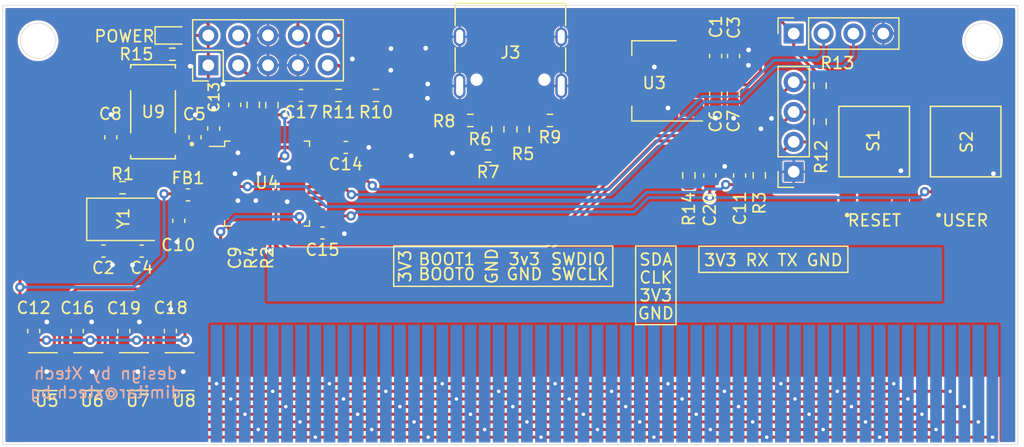
<source format=kicad_pcb>
(kicad_pcb (version 20171130) (host pcbnew "(5.1.12)-1")
  (layers (0 F.Cu signal) (31 B.Cu signal) (34 B.Paste user) (35 F.Paste user) (36 B.SilkS user) (37 F.SilkS user) (38 B.Mask user) (39 F.Mask user) (44 Edge.Cuts user))
  (net 0 "")
  (net 1 VBUS)
  (net 2 GND)
  (net 3 OSCIN)
  (net 4 OSCOUT)
  (net 5 PC14)
  (net 6 3V3)
  (net 7 PC15)
  (net 8 NRST)
  (net 9 "Net-(J1-Pad4)")
  (net 10 "Net-(J1-Pad3)")
  (net 11 "Net-(J3-PadB8)")
  (net 12 "Net-(J3-PadA5)")
  (net 13 "Net-(J3-PadA7)")
  (net 14 "Net-(J3-PadA6)")
  (net 15 "Net-(J3-PadA8)")
  (net 16 "Net-(J3-PadB5)")
  (net 17 BOOT1)
  (net 18 BOOT0)
  (net 19 D-)
  (net 20 D+)
  (net 21 SEMSE)
  (net 22 A-)
  (net 23 B-)
  (net 24 C+)
  (net 25 B+)
  (net 26 C-)
  (net 27 A+)
  (net 28 "Net-(U4-Pad46)")
  (net 29 "Net-(U4-Pad45)")
  (net 30 "Net-(U4-Pad43)")
  (net 31 "Net-(U4-Pad42)")
  (net 32 "Net-(U4-Pad41)")
  (net 33 "Net-(U4-Pad40)")
  (net 34 "Net-(U4-Pad39)")
  (net 35 "Net-(U4-Pad38)")
  (net 36 SWDCLK)
  (net 37 SWDIO)
  (net 38 "Net-(U4-Pad29)")
  (net 39 "Net-(U4-Pad28)")
  (net 40 "Net-(U4-Pad27)")
  (net 41 "Net-(U4-Pad26)")
  (net 42 "Net-(U4-Pad18)")
  (net 43 "Net-(U4-Pad17)")
  (net 44 "Net-(U4-Pad16)")
  (net 45 "Net-(U4-Pad15)")
  (net 46 "Net-(U4-Pad14)")
  (net 47 "Net-(U4-Pad2)")
  (net 48 A)
  (net 49 B)
  (net 50 C)
  (net 51 D)
  (net 52 USB-)
  (net 53 USB+)
  (net 54 "Net-(FB1-Pad2)")
  (net 55 "Net-(U9-Pad3)")
  (net 56 "Net-(U9-Pad2)")
  (net 57 RX)
  (net 58 TX)
  (net 59 CLK)
  (net 60 SDA)
  (net 61 USER_BUTTON)
  (net 62 "Net-(D1-Pad1)")
  (module AA_Caliper:SW_3-1437565-0 (layer F.Cu) (at 195.568333 95.577 90)
    (fp_text reference S2 (at -0.025 0.081667 90) (layer F.SilkS))
    (fp_text value Button)
    (pad 4 smd rect (at 4.55 2.25 90) (size 2.1 1.4) (layers F.Cu F.Paste F.Mask) (net 2 GND))
    (pad 3 smd rect (at -4.55 2.25 90) (size 2.1 1.4) (layers F.Cu F.Paste F.Mask) (net 2 GND))
    (pad 1 smd rect (at -4.55 -2.25 90) (size 2.1 1.4) (layers F.Cu F.Paste F.Mask) (net 61 USER_BUTTON))
    (pad 2 smd rect (at 4.55 -2.25 90) (size 2.1 1.4) (layers F.Cu F.Paste F.Mask) (net 61 USER_BUTTON))
  )
  (module AA_Caliper:SW_3-1437565-0 (layer F.Cu) (at 187.784334 95.577 90)
    (fp_text reference S1 (at 0.073 -0.078334 90) (layer F.SilkS))
    (fp_text value Button)
    (pad 4 smd rect (at 4.55 2.25 90) (size 2.1 1.4) (layers F.Cu F.Paste F.Mask) (net 2 GND))
    (pad 3 smd rect (at -4.55 2.25 90) (size 2.1 1.4) (layers F.Cu F.Paste F.Mask) (net 2 GND))
    (pad 1 smd rect (at -4.55 -2.25 90) (size 2.1 1.4) (layers F.Cu F.Paste F.Mask) (net 8 NRST))
    (pad 2 smd rect (at 4.55 -2.25 90) (size 2.1 1.4) (layers F.Cu F.Paste F.Mask) (net 8 NRST))
  )
  (module Resistor_SMD:R_0603_1608Metric (layer F.Cu) (at 128.0875 88.15 180)
    (fp_text reference R15 (at 3.0535 0) (layer F.SilkS))
    (fp_text value 100R)
    (pad 1 smd roundrect (at -0.825 0 180) (size 0.8 0.95) (layers F.Cu F.Paste F.Mask) (net 2 GND))
    (pad 2 smd roundrect (at 0.825 0 180) (size 0.8 0.95) (layers F.Cu F.Paste F.Mask) (net 62 "Net-(D1-Pad1)"))
  )
  (module LED_SMD:LED_0603_1608Metric (layer F.Cu) (at 128.1075 86.55)
    (fp_text reference D1 hide)
    (fp_text value LED)
    (pad 1 smd roundrect (at -0.7875 0) (size 0.875 0.95) (layers F.Cu F.Paste F.Mask) (net 62 "Net-(D1-Pad1)"))
    (pad 2 smd roundrect (at 0.7875 0) (size 0.875 0.95) (layers F.Cu F.Paste F.Mask) (net 6 3V3))
  )
  (module Resistor_SMD:R_0603_1608Metric (layer F.Cu) (at 172.024 98.4605 90)
    (fp_text reference R14 (at -2.857 0 90) (layer F.SilkS))
    (fp_text value 10k)
    (pad 1 smd roundrect (at -0.825 0 90) (size 0.8 0.95) (layers F.Cu F.Paste F.Mask) (net 61 USER_BUTTON))
    (pad 2 smd roundrect (at 0.825 0 90) (size 0.8 0.95) (layers F.Cu F.Paste F.Mask) (net 6 3V3))
  )
  (module Capacitor_SMD:C_0603_1608Metric (layer F.Cu) (at 173.802 98.4605 90)
    (fp_text reference C20 (at -2.8975 0 90) (layer F.SilkS))
    (fp_text value 1uf)
    (pad 1 smd roundrect (at -0.775 0 90) (size 0.9 0.95) (layers F.Cu F.Paste F.Mask) (net 61 USER_BUTTON))
    (pad 2 smd roundrect (at 0.775 0 90) (size 0.9 0.95) (layers F.Cu F.Paste F.Mask) (net 2 GND))
  )
  (module Resistor_SMD:R_0603_1608Metric (layer F.Cu) (at 136.56 92.48 90)
    (fp_text reference R2 (at -12.99 -0.39 90) (layer F.SilkS))
    (fp_text value 100K)
    (pad 1 smd roundrect (at -0.825 0 90) (size 0.8 0.95) (layers F.Cu F.Paste F.Mask) (net 17 BOOT1))
    (pad 2 smd roundrect (at 0.825 0 90) (size 0.8 0.95) (layers F.Cu F.Paste F.Mask) (net 9 "Net-(J1-Pad4)"))
  )
  (module Capacitor_SMD:C_0603_1608Metric (layer F.Cu) (at 133.4 92.45 270)
    (fp_text reference C9 (at 13.02 -0.01 270) (layer F.SilkS))
    (fp_text value 100nF)
    (pad 1 smd roundrect (at -0.775 0 270) (size 0.9 0.95) (layers F.Cu F.Paste F.Mask) (net 2 GND))
    (pad 2 smd roundrect (at 0.775 0 270) (size 0.9 0.95) (layers F.Cu F.Paste F.Mask) (net 6 3V3))
  )
  (module Resistor_SMD:R_0603_1608Metric (layer F.Cu) (at 183.18 90.825 90)
    (fp_text reference R13 (at 1.925 1.478) (layer F.SilkS))
    (fp_text value 4.7K)
    (pad 1 smd roundrect (at -0.825 0 90) (size 0.8 0.95) (layers F.Cu F.Paste F.Mask) (net 60 SDA))
    (pad 2 smd roundrect (at 0.825 0 90) (size 0.8 0.95) (layers F.Cu F.Paste F.Mask) (net 6 3V3))
  )
  (module Resistor_SMD:R_0603_1608Metric (layer F.Cu) (at 183.18 93.8855 270)
    (fp_text reference R12 (at 2.9945 -0.1 90) (layer F.SilkS))
    (fp_text value 4.7K)
    (pad 1 smd roundrect (at -0.825 0 270) (size 0.8 0.95) (layers F.Cu F.Paste F.Mask) (net 59 CLK))
    (pad 2 smd roundrect (at 0.825 0 270) (size 0.8 0.95) (layers F.Cu F.Paste F.Mask) (net 6 3V3))
  )
  (module Connector_PinSocket_2.54mm:PinSocket_1x04_P2.54mm_Vertical (layer F.Cu) (at 180.94 98.1405 180)
    (fp_text reference J4 hide)
    (fp_text value Conn_01x04 hide)
    (pad 1 thru_hole rect (at 0 0 180) (size 1.7 1.7) (drill 1) (layers *.Cu *.Mask) (net 2 GND))
    (pad 2 thru_hole oval (at 0 2.54 180) (size 1.7 1.7) (drill 1) (layers *.Cu *.Mask) (net 6 3V3))
    (pad 3 thru_hole oval (at 0 5.08 180) (size 1.7 1.7) (drill 1) (layers *.Cu *.Mask) (net 59 CLK))
    (pad 4 thru_hole oval (at 0 7.62 180) (size 1.7 1.7) (drill 1) (layers *.Cu *.Mask) (net 60 SDA))
  )
  (module Connector_PinSocket_2.54mm:PinSocket_1x04_P2.54mm_Vertical (layer F.Cu) (at 180.94 86.38825 90)
    (fp_text reference J2 hide)
    (fp_text value Conn_01x04 hide)
    (pad 1 thru_hole rect (at 0 0 90) (size 1.7 1.7) (drill 1) (layers *.Cu *.Mask) (net 6 3V3))
    (pad 2 thru_hole oval (at 0 2.54 90) (size 1.7 1.7) (drill 1) (layers *.Cu *.Mask) (net 57 RX))
    (pad 3 thru_hole oval (at 0 5.08 90) (size 1.7 1.7) (drill 1) (layers *.Cu *.Mask) (net 58 TX))
    (pad 4 thru_hole oval (at 0 7.62 90) (size 1.7 1.7) (drill 1) (layers *.Cu *.Mask) (net 2 GND))
  )
  (module AA_Caliper:XTAL_MC-306_32.7680K-A__ROHS (layer F.Cu) (at 126.45 93.04 180)
    (fp_text reference U9 (at -0.02 -0.01) (layer F.SilkS))
    (fp_text value Clock)
    (pad 1 smd rect (at -1.6 -2.75 180) (size 1.9 1.3) (layers F.Cu F.Paste F.Mask) (net 5 PC14))
    (pad 2 smd rect (at -1.6 2.75 180) (size 1.9 1.3) (layers F.Cu F.Paste F.Mask) (net 56 "Net-(U9-Pad2)"))
    (pad 3 smd rect (at 1.6 2.75 180) (size 1.9 1.3) (layers F.Cu F.Paste F.Mask) (net 55 "Net-(U9-Pad3)"))
    (pad 4 smd rect (at 1.6 -2.75 180) (size 1.9 1.3) (layers F.Cu F.Paste F.Mask) (net 7 PC15))
  )
  (module Crystal:Crystal_SMD_5032-2Pin_5.0x3.2mm (layer F.Cu) (at 123.86 102.19)
    (fp_text reference Y1 (at 0.06 -0.08 90) (layer F.SilkS))
    (fp_text value 8MHz hide)
    (pad 1 smd rect (at -1.85 0) (size 2 2.4) (layers F.Cu F.Paste F.Mask) (net 3 OSCIN))
    (pad 2 smd rect (at 1.85 0) (size 2 2.4) (layers F.Cu F.Paste F.Mask) (net 4 OSCOUT))
  )
  (module Connector_USB:USB_C_Receptacle_HRO_TYPE-C-31-M-12 (layer F.Cu) (at 156.848 87.71 180)
    (fp_text reference J3 (at 0 -0.298) (layer F.SilkS))
    (fp_text value USB_C_Receptacle_USB2.0 hide)
    (pad S1 thru_hole oval (at 4.32 1.05 180) (size 1 1.6) (drill oval 0.6 1.2) (layers *.Cu *.Mask) (net 2 GND))
    (pad "" np_thru_hole circle (at 2.89 -2.6 180) (size 0.65 0.65) (drill 0.65) (layers *.Cu *.Mask))
    (pad S1 thru_hole oval (at -4.32 1.05 180) (size 1 1.6) (drill oval 0.6 1.2) (layers *.Cu *.Mask) (net 2 GND))
    (pad "" np_thru_hole circle (at -2.89 -2.6 180) (size 0.65 0.65) (drill 0.65) (layers *.Cu *.Mask))
    (pad S1 thru_hole oval (at -4.32 -3.13 180) (size 1 2.1) (drill oval 0.6 1.7) (layers *.Cu *.Mask) (net 2 GND))
    (pad S1 thru_hole oval (at 4.32 -3.13 180) (size 1 2.1) (drill oval 0.6 1.7) (layers *.Cu *.Mask) (net 2 GND))
    (pad A6 smd rect (at -0.25 -4.045 180) (size 0.3 1.45) (layers F.Cu F.Paste F.Mask) (net 14 "Net-(J3-PadA6)"))
    (pad B5 smd rect (at 1.75 -4.045 180) (size 0.3 1.45) (layers F.Cu F.Paste F.Mask) (net 16 "Net-(J3-PadB5)"))
    (pad A8 smd rect (at 1.25 -4.045 180) (size 0.3 1.45) (layers F.Cu F.Paste F.Mask) (net 15 "Net-(J3-PadA8)"))
    (pad B6 smd rect (at 0.75 -4.045 180) (size 0.3 1.45) (layers F.Cu F.Paste F.Mask) (net 14 "Net-(J3-PadA6)"))
    (pad A7 smd rect (at 0.25 -4.045 180) (size 0.3 1.45) (layers F.Cu F.Paste F.Mask) (net 13 "Net-(J3-PadA7)"))
    (pad B7 smd rect (at -0.75 -4.045 180) (size 0.3 1.45) (layers F.Cu F.Paste F.Mask) (net 13 "Net-(J3-PadA7)"))
    (pad A5 smd rect (at -1.25 -4.045 180) (size 0.3 1.45) (layers F.Cu F.Paste F.Mask) (net 12 "Net-(J3-PadA5)"))
    (pad B8 smd rect (at -1.75 -4.045 180) (size 0.3 1.45) (layers F.Cu F.Paste F.Mask) (net 11 "Net-(J3-PadB8)"))
    (pad A12 smd rect (at 3.25 -4.045 180) (size 0.6 1.45) (layers F.Cu F.Paste F.Mask) (net 2 GND))
    (pad B4 smd rect (at 2.45 -4.045 180) (size 0.6 1.45) (layers F.Cu F.Paste F.Mask) (net 1 VBUS))
    (pad A4 smd rect (at -2.45 -4.045 180) (size 0.6 1.45) (layers F.Cu F.Paste F.Mask) (net 1 VBUS))
    (pad A1 smd rect (at -3.25 -4.045 180) (size 0.6 1.45) (layers F.Cu F.Paste F.Mask) (net 2 GND))
    (pad B12 smd rect (at -3.25 -4.045 180) (size 0.6 1.45) (layers F.Cu F.Paste F.Mask) (net 2 GND))
    (pad B9 smd rect (at -2.45 -4.045 180) (size 0.6 1.45) (layers F.Cu F.Paste F.Mask) (net 1 VBUS))
    (pad A9 smd rect (at 2.45 -4.045 180) (size 0.6 1.45) (layers F.Cu F.Paste F.Mask) (net 1 VBUS))
    (pad B1 smd rect (at 3.25 -4.045 180) (size 0.6 1.45) (layers F.Cu F.Paste F.Mask) (net 2 GND))
  )
  (module Resistor_SMD:R_0603_1608Metric (layer F.Cu) (at 142.22375 91.655)
    (fp_text reference R11 (at 0 1.42) (layer F.SilkS))
    (fp_text value 100K)
    (pad 1 smd roundrect (at -0.825 0) (size 0.8 0.95) (layers F.Cu F.Paste F.Mask) (net 6 3V3))
    (pad 2 smd roundrect (at 0.825 0) (size 0.8 0.95) (layers F.Cu F.Paste F.Mask) (net 36 SWDCLK))
  )
  (module Connector_PinHeader_2.54mm:PinHeader_2x05_P2.54mm_Vertical (layer F.Cu) (at 131.15 89.09 90)
    (fp_text reference J1 hide)
    (fp_text value Conn_02x05_Odd_Even hide)
    (pad 1 thru_hole rect (at 0 0 90) (size 1.7 1.7) (drill 1) (layers *.Cu *.Mask) (net 6 3V3))
    (pad 2 thru_hole oval (at 2.54 0 90) (size 1.7 1.7) (drill 1) (layers *.Cu *.Mask) (net 6 3V3))
    (pad 3 thru_hole oval (at 0 2.54 90) (size 1.7 1.7) (drill 1) (layers *.Cu *.Mask) (net 10 "Net-(J1-Pad3)"))
    (pad 4 thru_hole oval (at 2.54 2.54 90) (size 1.7 1.7) (drill 1) (layers *.Cu *.Mask) (net 9 "Net-(J1-Pad4)"))
    (pad 5 thru_hole oval (at 0 5.08 90) (size 1.7 1.7) (drill 1) (layers *.Cu *.Mask) (net 2 GND))
    (pad 6 thru_hole oval (at 2.54 5.08 90) (size 1.7 1.7) (drill 1) (layers *.Cu *.Mask) (net 2 GND))
    (pad 7 thru_hole oval (at 0 7.62 90) (size 1.7 1.7) (drill 1) (layers *.Cu *.Mask) (net 2 GND))
    (pad 8 thru_hole oval (at 2.54 7.62 90) (size 1.7 1.7) (drill 1) (layers *.Cu *.Mask) (net 6 3V3))
    (pad 9 thru_hole oval (at 0 10.16 90) (size 1.7 1.7) (drill 1) (layers *.Cu *.Mask) (net 36 SWDCLK))
    (pad 10 thru_hole oval (at 2.54 10.16 90) (size 1.7 1.7) (drill 1) (layers *.Cu *.Mask) (net 37 SWDIO))
  )
  (module Capacitor_SMD:C_0603_1608Metric (layer F.Cu) (at 131.61 94.465 270)
    (fp_text reference C13 (at -2.655 -0.02 90) (layer F.SilkS) (effects (font (size 0.9 0.9))))
    (fp_text value 100nF)
    (pad 1 smd roundrect (at -0.775 0 270) (size 0.9 0.95) (layers F.Cu F.Paste F.Mask) (net 2 GND))
    (pad 2 smd roundrect (at 0.775 0 270) (size 0.9 0.95) (layers F.Cu F.Paste F.Mask) (net 6 3V3))
  )
  (module Capacitor_SMD:C_0603_1608Metric (layer F.Cu) (at 129.42 100.11)
    (fp_text reference FB1 (at 0 -1.43) (layer F.SilkS))
    (fp_text value BLM18KG260TN1D hide)
    (pad 1 smd roundrect (at -0.775 0) (size 0.9 0.95) (layers F.Cu F.Paste F.Mask) (net 6 3V3))
    (pad 2 smd roundrect (at 0.775 0) (size 0.9 0.95) (layers F.Cu F.Paste F.Mask) (net 54 "Net-(FB1-Pad2)"))
  )
  (module Capacitor_SMD:C_0603_1608Metric (layer F.Cu) (at 123.96657 111.691 270)
    (fp_text reference C19 (at -1.941 -0.00343 180) (layer F.SilkS))
    (fp_text value 100nF)
    (pad 1 smd roundrect (at -0.775 0 270) (size 0.9 0.95) (layers F.Cu F.Paste F.Mask) (net 2 GND))
    (pad 2 smd roundrect (at 0.775 0 270) (size 0.9 0.95) (layers F.Cu F.Paste F.Mask) (net 6 3V3))
  )
  (module AA_Caliper:excitation_electrodes (layer B.Cu) (at 193.65 116.17 180)
    (fp_text reference U1 hide)
    (fp_text value GeneratorSensor)
    (pad 1 thru_hole circle (at -4.2 -4.55 180) (size 0.5 0.5) (drill 0.3) (layers *.Cu) (net 22 A-))
    (pad 2 thru_hole circle (at -3 -3.25 180) (size 0.5 0.5) (drill 0.3) (layers *.Cu) (net 23 B-))
    (pad 3 thru_hole circle (at -1.8 -1.95 180) (size 0.5 0.5) (drill 0.3) (layers *.Cu) (net 26 C-))
    (pad 4 thru_hole circle (at -0.6 -0.65 180) (size 0.5 0.5) (drill 0.3) (layers *.Cu) (net 19 D-))
    (pad 5 thru_hole circle (at 0.6 -3.9 180) (size 0.5 0.5) (drill 0.3) (layers *.Cu) (net 27 A+))
    (pad 6 thru_hole circle (at 1.8 -2.6 180) (size 0.5 0.5) (drill 0.3) (layers *.Cu) (net 25 B+))
    (pad 7 thru_hole circle (at 3 -1.3 180) (size 0.5 0.5) (drill 0.3) (layers *.Cu) (net 24 C+))
    (pad 8 thru_hole circle (at 4.2 0 180) (size 0.5 0.5) (drill 0.3) (layers *.Cu) (net 20 D+))
    (pad 1 smd rect (at -4.2 0 180) (size 1 10) (layers B.Cu) (net 22 A-))
    (pad 2 smd rect (at -3 0 180) (size 1 10) (layers B.Cu) (net 23 B-))
    (pad 3 smd rect (at -1.8 0 180) (size 1 10) (layers B.Cu) (net 26 C-))
    (pad 4 smd rect (at -0.6 0 180) (size 1 10) (layers B.Cu) (net 19 D-))
    (pad 6 smd rect (at 1.8 0 180) (size 1 10) (layers B.Cu) (net 25 B+))
    (pad 5 smd rect (at 0.6 0 180) (size 1 10) (layers B.Cu) (net 27 A+))
    (pad 7 smd rect (at 3 0 180) (size 1 10) (layers B.Cu) (net 24 C+))
    (pad 8 smd rect (at 4.2 0 180) (size 1 10) (layers B.Cu) (net 20 D+))
    (pad 9 smd rect (at 28.8 9.3 270) (size 4.6 57.4) (layers B.Cu) (net 21 SEMSE))
    (pad 1 thru_hole circle (at 5.4 -4.55 180) (size 0.5 0.5) (drill 0.3) (layers *.Cu) (net 22 A-))
    (pad 1 thru_hole circle (at 15 -4.55 180) (size 0.5 0.5) (drill 0.3) (layers *.Cu) (net 22 A-))
    (pad 1 thru_hole circle (at 24.6 -4.55 180) (size 0.5 0.5) (drill 0.3) (layers *.Cu) (net 22 A-))
    (pad 1 thru_hole circle (at 34.2 -4.55 180) (size 0.5 0.5) (drill 0.3) (layers *.Cu) (net 22 A-))
    (pad 1 thru_hole circle (at 43.8 -4.55 180) (size 0.5 0.5) (drill 0.3) (layers *.Cu) (net 22 A-))
    (pad 1 thru_hole circle (at 53.4 -4.55 180) (size 0.5 0.5) (drill 0.3) (layers *.Cu F.Mask) (net 22 A-))
    (pad 4 thru_hole circle (at 9 -0.65 180) (size 0.5 0.5) (drill 0.3) (layers *.Cu) (net 19 D-))
    (pad 4 thru_hole circle (at 18.6 -0.65 180) (size 0.5 0.5) (drill 0.3) (layers *.Cu) (net 19 D-))
    (pad 4 thru_hole circle (at 28.2 -0.65 180) (size 0.5 0.5) (drill 0.3) (layers *.Cu) (net 19 D-))
    (pad 4 thru_hole circle (at 37.8 -0.65 180) (size 0.5 0.5) (drill 0.3) (layers *.Cu) (net 19 D-))
    (pad 4 thru_hole circle (at 47.4 -0.65 180) (size 0.5 0.5) (drill 0.3) (layers *.Cu) (net 19 D-))
    (pad 4 thru_hole circle (at 57.02 -0.65 180) (size 0.5 0.5) (drill 0.3) (layers *.Cu F.Mask) (net 19 D-))
    (pad 7 thru_hole circle (at 12.6 -1.3 180) (size 0.5 0.5) (drill 0.3) (layers *.Cu) (net 24 C+))
    (pad 7 thru_hole circle (at 22.2 -1.3 180) (size 0.5 0.5) (drill 0.3) (layers *.Cu) (net 24 C+))
    (pad 7 thru_hole circle (at 31.8 -1.3 180) (size 0.5 0.5) (drill 0.3) (layers *.Cu) (net 24 C+))
    (pad 7 thru_hole circle (at 41.4 -1.3 180) (size 0.5 0.5) (drill 0.3) (layers *.Cu) (net 24 C+))
    (pad 7 thru_hole circle (at 51 -1.3 180) (size 0.5 0.5) (drill 0.3) (layers *.Cu) (net 24 C+))
    (pad 7 thru_hole circle (at 60.59 -1.3 180) (size 0.5 0.5) (drill 0.3) (layers *.Cu F.Mask) (net 24 C+))
    (pad 1 smd rect (at 5.4 0 180) (size 1 10) (layers B.Cu) (net 22 A-))
    (pad 1 smd rect (at 15 0 180) (size 1 10) (layers B.Cu) (net 22 A-))
    (pad 1 smd rect (at 24.6 0 180) (size 1 10) (layers B.Cu) (net 22 A-))
    (pad 1 smd rect (at 34.2 0 180) (size 1 10) (layers B.Cu) (net 22 A-))
    (pad 1 smd rect (at 43.8 0 180) (size 1 10) (layers B.Cu) (net 22 A-))
    (pad 1 smd rect (at 53.4 0 180) (size 1 10) (layers B.Cu) (net 22 A-))
    (pad 2 thru_hole circle (at 6.6 -3.25 180) (size 0.5 0.5) (drill 0.3) (layers *.Cu) (net 23 B-))
    (pad 2 thru_hole circle (at 16.2 -3.25 180) (size 0.5 0.5) (drill 0.3) (layers *.Cu) (net 23 B-))
    (pad 2 thru_hole circle (at 25.8 -3.25 180) (size 0.5 0.5) (drill 0.3) (layers *.Cu) (net 23 B-))
    (pad 2 thru_hole circle (at 35.4 -3.25 180) (size 0.5 0.5) (drill 0.3) (layers *.Cu) (net 23 B-))
    (pad 2 thru_hole circle (at 45 -3.25 180) (size 0.5 0.5) (drill 0.3) (layers *.Cu) (net 23 B-))
    (pad 2 thru_hole circle (at 54.7 -3.25 180) (size 0.5 0.5) (drill 0.3) (layers *.Cu F.Mask) (net 23 B-))
    (pad 3 thru_hole circle (at 7.8 -1.95 180) (size 0.5 0.5) (drill 0.3) (layers *.Cu) (net 26 C-))
    (pad 3 thru_hole circle (at 17.4 -1.95 180) (size 0.5 0.5) (drill 0.3) (layers *.Cu) (net 26 C-))
    (pad 3 thru_hole circle (at 27 -1.95 180) (size 0.5 0.5) (drill 0.3) (layers *.Cu) (net 26 C-))
    (pad 3 thru_hole circle (at 36.6 -1.95 180) (size 0.5 0.5) (drill 0.3) (layers *.Cu) (net 26 C-))
    (pad 3 thru_hole circle (at 46.2 -1.95 180) (size 0.5 0.5) (drill 0.3) (layers *.Cu) (net 26 C-))
    (pad 3 thru_hole circle (at 55.91 -1.95 180) (size 0.5 0.5) (drill 0.3) (layers *.Cu F.Mask) (net 26 C-))
    (pad 5 thru_hole circle (at 10.2 -3.9 180) (size 0.5 0.5) (drill 0.3) (layers *.Cu) (net 27 A+))
    (pad 5 thru_hole circle (at 19.8 -3.9 180) (size 0.5 0.5) (drill 0.3) (layers *.Cu) (net 27 A+))
    (pad 5 thru_hole circle (at 29.4 -3.9 180) (size 0.5 0.5) (drill 0.3) (layers *.Cu) (net 27 A+))
    (pad 5 thru_hole circle (at 39 -3.9 180) (size 0.5 0.5) (drill 0.3) (layers *.Cu) (net 27 A+))
    (pad 5 thru_hole circle (at 48.6 -3.9 180) (size 0.5 0.5) (drill 0.3) (layers *.Cu) (net 27 A+))
    (pad 5 thru_hole circle (at 58.25 -3.9 180) (size 0.5 0.5) (drill 0.3) (layers *.Cu F.Mask) (net 27 A+))
    (pad 6 thru_hole circle (at 11.4 -2.6 180) (size 0.5 0.5) (drill 0.3) (layers *.Cu) (net 25 B+))
    (pad 6 thru_hole circle (at 21 -2.6 180) (size 0.5 0.5) (drill 0.3) (layers *.Cu) (net 25 B+))
    (pad 6 thru_hole circle (at 30.6 -2.6 180) (size 0.5 0.5) (drill 0.3) (layers *.Cu) (net 25 B+))
    (pad 6 thru_hole circle (at 40.2 -2.6 180) (size 0.5 0.5) (drill 0.3) (layers *.Cu) (net 25 B+))
    (pad 6 thru_hole circle (at 49.8 -2.6 180) (size 0.5 0.5) (drill 0.3) (layers *.Cu) (net 25 B+))
    (pad 6 thru_hole circle (at 59.38 -2.6 180) (size 0.5 0.5) (drill 0.3) (layers *.Cu F.Mask) (net 25 B+))
    (pad 8 thru_hole circle (at 13.8 0 180) (size 0.5 0.5) (drill 0.3) (layers *.Cu) (net 20 D+))
    (pad 8 thru_hole circle (at 23.4 0 180) (size 0.5 0.5) (drill 0.3) (layers *.Cu) (net 20 D+))
    (pad 8 thru_hole circle (at 33 0 180) (size 0.5 0.5) (drill 0.3) (layers *.Cu) (net 20 D+))
    (pad 8 thru_hole circle (at 42.6 0 180) (size 0.5 0.5) (drill 0.3) (layers *.Cu) (net 20 D+))
    (pad 8 thru_hole circle (at 52.2 0 180) (size 0.5 0.5) (drill 0.3) (layers *.Cu) (net 20 D+))
    (pad 8 thru_hole circle (at 61.8 0 180) (size 0.5 0.5) (drill 0.3) (layers *.Cu F.Mask) (net 20 D+))
    (pad 4 smd rect (at 9 0 180) (size 1 10) (layers B.Cu) (net 19 D-))
    (pad 4 smd rect (at 18.6 0 180) (size 1 10) (layers B.Cu) (net 19 D-))
    (pad 4 smd rect (at 28.2 0 180) (size 1 10) (layers B.Cu) (net 19 D-))
    (pad 4 smd rect (at 37.8 0 180) (size 1 10) (layers B.Cu) (net 19 D-))
    (pad 4 smd rect (at 47.4 0 180) (size 1 10) (layers B.Cu) (net 19 D-))
    (pad 4 smd rect (at 57 0 180) (size 1 10) (layers B.Cu) (net 19 D-))
    (pad 7 smd rect (at 12.6 0 180) (size 1 10) (layers B.Cu) (net 24 C+))
    (pad 7 smd rect (at 22.2 0 180) (size 1 10) (layers B.Cu) (net 24 C+))
    (pad 7 smd rect (at 31.8 0 180) (size 1 10) (layers B.Cu) (net 24 C+))
    (pad 7 smd rect (at 41.4 0 180) (size 1 10) (layers B.Cu) (net 24 C+))
    (pad 7 smd rect (at 51 0 180) (size 1 10) (layers B.Cu) (net 24 C+))
    (pad 7 smd rect (at 60.6 0 180) (size 1 10) (layers B.Cu) (net 24 C+))
    (pad 8 smd rect (at 13.8 0 180) (size 1 10) (layers B.Cu) (net 20 D+))
    (pad 8 smd rect (at 23.4 0 180) (size 1 10) (layers B.Cu) (net 20 D+))
    (pad 8 smd rect (at 33 0 180) (size 1 10) (layers B.Cu) (net 20 D+))
    (pad 8 smd rect (at 42.6 0 180) (size 1 10) (layers B.Cu) (net 20 D+))
    (pad 8 smd rect (at 52.2 0 180) (size 1 10) (layers B.Cu) (net 20 D+))
    (pad 8 smd rect (at 61.8 0 180) (size 1 10) (layers B.Cu) (net 20 D+))
    (pad 2 smd rect (at 6.6 0 180) (size 1 10) (layers B.Cu) (net 23 B-))
    (pad 2 smd rect (at 16.2 0 180) (size 1 10) (layers B.Cu) (net 23 B-))
    (pad 2 smd rect (at 25.8 0 180) (size 1 10) (layers B.Cu) (net 23 B-))
    (pad 2 smd rect (at 35.4 0 180) (size 1 10) (layers B.Cu) (net 23 B-))
    (pad 2 smd rect (at 45 0 180) (size 1 10) (layers B.Cu) (net 23 B-))
    (pad 2 smd rect (at 54.6 0 180) (size 1 10) (layers B.Cu) (net 23 B-))
    (pad 3 smd rect (at 7.8 0 180) (size 1 10) (layers B.Cu) (net 26 C-))
    (pad 3 smd rect (at 17.4 0 180) (size 1 10) (layers B.Cu) (net 26 C-))
    (pad 3 smd rect (at 27 0 180) (size 1 10) (layers B.Cu) (net 26 C-))
    (pad 3 smd rect (at 36.6 0 180) (size 1 10) (layers B.Cu) (net 26 C-))
    (pad 3 smd rect (at 46.2 0 180) (size 1 10) (layers B.Cu) (net 26 C-))
    (pad 3 smd rect (at 55.8 0 180) (size 1 10) (layers B.Cu) (net 26 C-))
    (pad 6 smd rect (at 11.4 0 180) (size 1 10) (layers B.Cu) (net 25 B+))
    (pad 6 smd rect (at 21 0 180) (size 1 10) (layers B.Cu) (net 25 B+))
    (pad 6 smd rect (at 30.6 0 180) (size 1 10) (layers B.Cu) (net 25 B+))
    (pad 6 smd rect (at 40.2 0 180) (size 1 10) (layers B.Cu) (net 25 B+))
    (pad 6 smd rect (at 49.8 0 180) (size 1 10) (layers B.Cu) (net 25 B+))
    (pad 6 smd rect (at 59.4 0 180) (size 1 10) (layers B.Cu) (net 25 B+))
    (pad 5 smd rect (at 10.2 0 180) (size 1 10) (layers B.Cu) (net 27 A+))
    (pad 5 smd rect (at 19.8 0 180) (size 1 10) (layers B.Cu) (net 27 A+))
    (pad 5 smd rect (at 29.4 0 180) (size 1 10) (layers B.Cu) (net 27 A+))
    (pad 5 smd rect (at 39 0 180) (size 1 10) (layers B.Cu) (net 27 A+))
    (pad 5 smd rect (at 48.6 0 180) (size 1 10) (layers B.Cu) (net 27 A+))
    (pad 5 smd rect (at 58.2 0 180) (size 1 10) (layers B.Cu) (net 27 A+))
    (pad 9 thru_hole circle (at 57.25 11.35 180) (size 0.5 0.5) (drill 0.3) (layers *.Cu F.Mask) (net 21 SEMSE))
  )
  (module Resistor_SMD:R_0603_1608Metric (layer F.Cu) (at 145.415 91.655)
    (fp_text reference R10 (at 0 1.42) (layer F.SilkS))
    (fp_text value 100K)
    (pad 1 smd roundrect (at -0.825 0) (size 0.8 0.95) (layers F.Cu F.Paste F.Mask) (net 37 SWDIO))
    (pad 2 smd roundrect (at 0.825 0) (size 0.8 0.95) (layers F.Cu F.Paste F.Mask) (net 2 GND))
  )
  (module Package_TO_SOT_SMD:SOT-23-5 (layer F.Cu) (at 129.026 115.145)
    (fp_text reference U8 (at 0.072 2.469) (layer F.SilkS))
    (fp_text value SN65LVDS1DBV hide)
    (pad 1 smd rect (at -1.1 -0.95) (size 1.06 0.65) (layers F.Cu F.Paste F.Mask) (net 6 3V3))
    (pad 2 smd rect (at -1.1 0) (size 1.06 0.65) (layers F.Cu F.Paste F.Mask) (net 2 GND))
    (pad 3 smd rect (at -1.1 0.95) (size 1.06 0.65) (layers F.Cu F.Paste F.Mask) (net 19 D-))
    (pad 4 smd rect (at 1.1 0.95) (size 1.06 0.65) (layers F.Cu F.Paste F.Mask) (net 20 D+))
    (pad 5 smd rect (at 1.1 -0.95) (size 1.06 0.65) (layers F.Cu F.Paste F.Mask) (net 51 D))
  )
  (module Package_TO_SOT_SMD:SOT-23-5 (layer F.Cu) (at 125.151238 115.145)
    (fp_text reference U7 (at 0 2.469) (layer F.SilkS))
    (fp_text value SN65LVDS1DBV hide)
    (pad 1 smd rect (at -1.1 -0.95) (size 1.06 0.65) (layers F.Cu F.Paste F.Mask) (net 6 3V3))
    (pad 2 smd rect (at -1.1 0) (size 1.06 0.65) (layers F.Cu F.Paste F.Mask) (net 2 GND))
    (pad 3 smd rect (at -1.1 0.95) (size 1.06 0.65) (layers F.Cu F.Paste F.Mask) (net 26 C-))
    (pad 4 smd rect (at 1.1 0.95) (size 1.06 0.65) (layers F.Cu F.Paste F.Mask) (net 24 C+))
    (pad 5 smd rect (at 1.1 -0.95) (size 1.06 0.65) (layers F.Cu F.Paste F.Mask) (net 50 C))
  )
  (module Package_TO_SOT_SMD:SOT-23-5 (layer F.Cu) (at 121.276476 115.145)
    (fp_text reference U6 (at 0 2.469) (layer F.SilkS))
    (fp_text value SN65LVDS1DBV hide)
    (pad 1 smd rect (at -1.1 -0.95) (size 1.06 0.65) (layers F.Cu F.Paste F.Mask) (net 6 3V3))
    (pad 2 smd rect (at -1.1 0) (size 1.06 0.65) (layers F.Cu F.Paste F.Mask) (net 2 GND))
    (pad 3 smd rect (at -1.1 0.95) (size 1.06 0.65) (layers F.Cu F.Paste F.Mask) (net 23 B-))
    (pad 4 smd rect (at 1.1 0.95) (size 1.06 0.65) (layers F.Cu F.Paste F.Mask) (net 25 B+))
    (pad 5 smd rect (at 1.1 -0.95) (size 1.06 0.65) (layers F.Cu F.Paste F.Mask) (net 49 B))
  )
  (module Package_TO_SOT_SMD:SOT-23-5 (layer F.Cu) (at 117.401714 115.145)
    (fp_text reference U5 (at 0.012286 2.469) (layer F.SilkS))
    (fp_text value SN65LVDS1DBV)
    (pad 1 smd rect (at -1.1 -0.95) (size 1.06 0.65) (layers F.Cu F.Paste F.Mask) (net 6 3V3))
    (pad 2 smd rect (at -1.1 0) (size 1.06 0.65) (layers F.Cu F.Paste F.Mask) (net 2 GND))
    (pad 3 smd rect (at -1.1 0.95) (size 1.06 0.65) (layers F.Cu F.Paste F.Mask) (net 22 A-))
    (pad 4 smd rect (at 1.1 0.95) (size 1.06 0.65) (layers F.Cu F.Paste F.Mask) (net 27 A+))
    (pad 5 smd rect (at 1.1 -0.95) (size 1.06 0.65) (layers F.Cu F.Paste F.Mask) (net 48 A))
  )
  (module Package_QFP:LQFP-48_7x7mm_P0.5mm (layer F.Cu) (at 136.15 99.15)
    (fp_text reference U4 (at 0 -0.078) (layer F.SilkS))
    (fp_text value STM32F103C8Tx)
    (pad 1 smd roundrect (at -4.1625 -2.75) (size 1.475 0.3) (layers F.Cu F.Paste F.Mask) (net 6 3V3))
    (pad 2 smd roundrect (at -4.1625 -2.25) (size 1.475 0.3) (layers F.Cu F.Paste F.Mask) (net 47 "Net-(U4-Pad2)"))
    (pad 3 smd roundrect (at -4.1625 -1.75) (size 1.475 0.3) (layers F.Cu F.Paste F.Mask) (net 5 PC14))
    (pad 4 smd roundrect (at -4.1625 -1.25) (size 1.475 0.3) (layers F.Cu F.Paste F.Mask) (net 7 PC15))
    (pad 5 smd roundrect (at -4.1625 -0.75) (size 1.475 0.3) (layers F.Cu F.Paste F.Mask) (net 3 OSCIN))
    (pad 6 smd roundrect (at -4.1625 -0.25) (size 1.475 0.3) (layers F.Cu F.Paste F.Mask) (net 4 OSCOUT))
    (pad 7 smd roundrect (at -4.1625 0.25) (size 1.475 0.3) (layers F.Cu F.Paste F.Mask) (net 8 NRST))
    (pad 8 smd roundrect (at -4.1625 0.75) (size 1.475 0.3) (layers F.Cu F.Paste F.Mask) (net 2 GND))
    (pad 9 smd roundrect (at -4.1625 1.25) (size 1.475 0.3) (layers F.Cu F.Paste F.Mask) (net 54 "Net-(FB1-Pad2)"))
    (pad 10 smd roundrect (at -4.1625 1.75) (size 1.475 0.3) (layers F.Cu F.Paste F.Mask) (net 48 A))
    (pad 11 smd roundrect (at -4.1625 2.25) (size 1.475 0.3) (layers F.Cu F.Paste F.Mask) (net 49 B))
    (pad 12 smd roundrect (at -4.1625 2.75) (size 1.475 0.3) (layers F.Cu F.Paste F.Mask) (net 50 C))
    (pad 13 smd roundrect (at -2.75 4.1625) (size 0.3 1.475) (layers F.Cu F.Paste F.Mask) (net 51 D))
    (pad 14 smd roundrect (at -2.25 4.1625) (size 0.3 1.475) (layers F.Cu F.Paste F.Mask) (net 46 "Net-(U4-Pad14)"))
    (pad 15 smd roundrect (at -1.75 4.1625) (size 0.3 1.475) (layers F.Cu F.Paste F.Mask) (net 45 "Net-(U4-Pad15)"))
    (pad 16 smd roundrect (at -1.25 4.1625) (size 0.3 1.475) (layers F.Cu F.Paste F.Mask) (net 44 "Net-(U4-Pad16)"))
    (pad 17 smd roundrect (at -0.75 4.1625) (size 0.3 1.475) (layers F.Cu F.Paste F.Mask) (net 43 "Net-(U4-Pad17)"))
    (pad 18 smd roundrect (at -0.25 4.1625) (size 0.3 1.475) (layers F.Cu F.Paste F.Mask) (net 42 "Net-(U4-Pad18)"))
    (pad 19 smd roundrect (at 0.25 4.1625) (size 0.3 1.475) (layers F.Cu F.Paste F.Mask) (net 21 SEMSE))
    (pad 20 smd roundrect (at 0.75 4.1625) (size 0.3 1.475) (layers F.Cu F.Paste F.Mask) (net 17 BOOT1))
    (pad 21 smd roundrect (at 1.25 4.1625) (size 0.3 1.475) (layers F.Cu F.Paste F.Mask) (net 59 CLK))
    (pad 22 smd roundrect (at 1.75 4.1625) (size 0.3 1.475) (layers F.Cu F.Paste F.Mask) (net 60 SDA))
    (pad 23 smd roundrect (at 2.25 4.1625) (size 0.3 1.475) (layers F.Cu F.Paste F.Mask) (net 2 GND))
    (pad 24 smd roundrect (at 2.75 4.1625) (size 0.3 1.475) (layers F.Cu F.Paste F.Mask) (net 6 3V3))
    (pad 25 smd roundrect (at 4.1625 2.75) (size 1.475 0.3) (layers F.Cu F.Paste F.Mask) (net 61 USER_BUTTON))
    (pad 26 smd roundrect (at 4.1625 2.25) (size 1.475 0.3) (layers F.Cu F.Paste F.Mask) (net 41 "Net-(U4-Pad26)"))
    (pad 27 smd roundrect (at 4.1625 1.75) (size 1.475 0.3) (layers F.Cu F.Paste F.Mask) (net 40 "Net-(U4-Pad27)"))
    (pad 28 smd roundrect (at 4.1625 1.25) (size 1.475 0.3) (layers F.Cu F.Paste F.Mask) (net 39 "Net-(U4-Pad28)"))
    (pad 29 smd roundrect (at 4.1625 0.75) (size 1.475 0.3) (layers F.Cu F.Paste F.Mask) (net 38 "Net-(U4-Pad29)"))
    (pad 30 smd roundrect (at 4.1625 0.25) (size 1.475 0.3) (layers F.Cu F.Paste F.Mask) (net 58 TX))
    (pad 31 smd roundrect (at 4.1625 -0.25) (size 1.475 0.3) (layers F.Cu F.Paste F.Mask) (net 57 RX))
    (pad 32 smd roundrect (at 4.1625 -0.75) (size 1.475 0.3) (layers F.Cu F.Paste F.Mask) (net 52 USB-))
    (pad 33 smd roundrect (at 4.1625 -1.25) (size 1.475 0.3) (layers F.Cu F.Paste F.Mask) (net 53 USB+))
    (pad 34 smd roundrect (at 4.1625 -1.75) (size 1.475 0.3) (layers F.Cu F.Paste F.Mask) (net 37 SWDIO))
    (pad 35 smd roundrect (at 4.1625 -2.25) (size 1.475 0.3) (layers F.Cu F.Paste F.Mask) (net 2 GND))
    (pad 36 smd roundrect (at 4.1625 -2.75) (size 1.475 0.3) (layers F.Cu F.Paste F.Mask) (net 6 3V3))
    (pad 37 smd roundrect (at 2.75 -4.1625) (size 0.3 1.475) (layers F.Cu F.Paste F.Mask) (net 36 SWDCLK))
    (pad 38 smd roundrect (at 2.25 -4.1625) (size 0.3 1.475) (layers F.Cu F.Paste F.Mask) (net 35 "Net-(U4-Pad38)"))
    (pad 39 smd roundrect (at 1.75 -4.1625) (size 0.3 1.475) (layers F.Cu F.Paste F.Mask) (net 34 "Net-(U4-Pad39)"))
    (pad 40 smd roundrect (at 1.25 -4.1625) (size 0.3 1.475) (layers F.Cu F.Paste F.Mask) (net 33 "Net-(U4-Pad40)"))
    (pad 41 smd roundrect (at 0.75 -4.1625) (size 0.3 1.475) (layers F.Cu F.Paste F.Mask) (net 32 "Net-(U4-Pad41)"))
    (pad 42 smd roundrect (at 0.25 -4.1625) (size 0.3 1.475) (layers F.Cu F.Paste F.Mask) (net 31 "Net-(U4-Pad42)"))
    (pad 43 smd roundrect (at -0.25 -4.1625) (size 0.3 1.475) (layers F.Cu F.Paste F.Mask) (net 30 "Net-(U4-Pad43)"))
    (pad 44 smd roundrect (at -0.75 -4.1625) (size 0.3 1.475) (layers F.Cu F.Paste F.Mask) (net 18 BOOT0))
    (pad 45 smd roundrect (at -1.25 -4.1625) (size 0.3 1.475) (layers F.Cu F.Paste F.Mask) (net 29 "Net-(U4-Pad45)"))
    (pad 46 smd roundrect (at -1.75 -4.1625) (size 0.3 1.475) (layers F.Cu F.Paste F.Mask) (net 28 "Net-(U4-Pad46)"))
    (pad 47 smd roundrect (at -2.25 -4.1625) (size 0.3 1.475) (layers F.Cu F.Paste F.Mask) (net 2 GND))
    (pad 48 smd roundrect (at -2.75 -4.1625) (size 0.3 1.475) (layers F.Cu F.Paste F.Mask) (net 6 3V3))
  )
  (module Package_TO_SOT_SMD:SOT-223-3_TabPin2 (layer F.Cu) (at 169.084 90.416 180)
    (fp_text reference U3 (at 0 -0.18) (layer F.SilkS))
    (fp_text value AMS1117-3.3 hide)
    (pad 2 smd rect (at 3.15 0 180) (size 2 3.8) (layers F.Cu F.Paste F.Mask) (net 6 3V3))
    (pad 2 smd rect (at -3.15 0 180) (size 2 1.5) (layers F.Cu F.Paste F.Mask) (net 6 3V3))
    (pad 3 smd rect (at -3.15 2.3 180) (size 2 1.5) (layers F.Cu F.Paste F.Mask) (net 1 VBUS))
    (pad 1 smd rect (at -3.15 -2.3 180) (size 2 1.5) (layers F.Cu F.Paste F.Mask) (net 2 GND))
  )
  (module Resistor_SMD:R_0603_1608Metric (layer F.Cu) (at 160.205 93.78 180)
    (fp_text reference R9 (at 0 -1.43) (layer F.SilkS))
    (fp_text value 5.1K)
    (pad 1 smd roundrect (at -0.825 0 180) (size 0.8 0.95) (layers F.Cu F.Paste F.Mask) (net 2 GND))
    (pad 2 smd roundrect (at 0.825 0 180) (size 0.8 0.95) (layers F.Cu F.Paste F.Mask) (net 12 "Net-(J3-PadA5)"))
  )
  (module Resistor_SMD:R_0603_1608Metric (layer F.Cu) (at 153.435 93.78)
    (fp_text reference R8 (at -2.239 0.07) (layer F.SilkS))
    (fp_text value 5.1K)
    (pad 1 smd roundrect (at -0.825 0) (size 0.8 0.95) (layers F.Cu F.Paste F.Mask) (net 2 GND))
    (pad 2 smd roundrect (at 0.825 0) (size 0.8 0.95) (layers F.Cu F.Paste F.Mask) (net 16 "Net-(J3-PadB5)"))
  )
  (module Resistor_SMD:R_0603_1608Metric (layer F.Cu) (at 154.945 96.81)
    (fp_text reference R7 (at 0 1.358) (layer F.SilkS))
    (fp_text value 4.7K)
    (pad 1 smd roundrect (at -0.825 0) (size 0.8 0.95) (layers F.Cu F.Paste F.Mask) (net 1 VBUS))
    (pad 2 smd roundrect (at 0.825 0) (size 0.8 0.95) (layers F.Cu F.Paste F.Mask) (net 53 USB+))
  )
  (module Resistor_SMD:R_0603_1608Metric (layer F.Cu) (at 155.773 94.53 270)
    (fp_text reference R6 (at 0.844 1.529 180) (layer F.SilkS))
    (fp_text value 20R)
    (pad 1 smd roundrect (at -0.825 0 270) (size 0.8 0.95) (layers F.Cu F.Paste F.Mask) (net 14 "Net-(J3-PadA6)"))
    (pad 2 smd roundrect (at 0.825 0 270) (size 0.8 0.95) (layers F.Cu F.Paste F.Mask) (net 53 USB+))
  )
  (module Resistor_SMD:R_0603_1608Metric (layer F.Cu) (at 157.923 94.53 270)
    (fp_text reference R5 (at 2.1 0.013 180) (layer F.SilkS))
    (fp_text value 20R)
    (pad 1 smd roundrect (at -0.825 0 270) (size 0.8 0.95) (layers F.Cu F.Paste F.Mask) (net 13 "Net-(J3-PadA7)"))
    (pad 2 smd roundrect (at 0.825 0 270) (size 0.8 0.95) (layers F.Cu F.Paste F.Mask) (net 52 USB-))
  )
  (module Resistor_SMD:R_0603_1608Metric (layer F.Cu) (at 134.97 92.46 270)
    (fp_text reference R4 (at 13.01 0.18 90) (layer F.SilkS))
    (fp_text value 100K)
    (pad 1 smd roundrect (at -0.825 0 270) (size 0.8 0.95) (layers F.Cu F.Paste F.Mask) (net 10 "Net-(J1-Pad3)"))
    (pad 2 smd roundrect (at 0.825 0 270) (size 0.8 0.95) (layers F.Cu F.Paste F.Mask) (net 18 BOOT0))
  )
  (module Resistor_SMD:R_0603_1608Metric (layer F.Cu) (at 178.014 98.4605 90)
    (fp_text reference R3 (at -2.345 0.018 90) (layer F.SilkS))
    (fp_text value 10k)
    (pad 1 smd roundrect (at -0.825 0 90) (size 0.8 0.95) (layers F.Cu F.Paste F.Mask) (net 8 NRST))
    (pad 2 smd roundrect (at 0.825 0 90) (size 0.8 0.95) (layers F.Cu F.Paste F.Mask) (net 6 3V3))
  )
  (module Resistor_SMD:R_0603_1608Metric (layer F.Cu) (at 123.85 99.5 180)
    (fp_text reference R1 (at -0.012 1.166) (layer F.SilkS))
    (fp_text value 1M)
    (pad 1 smd roundrect (at -0.825 0 180) (size 0.8 0.95) (layers F.Cu F.Paste F.Mask) (net 4 OSCOUT))
    (pad 2 smd roundrect (at 0.825 0 180) (size 0.8 0.95) (layers F.Cu F.Paste F.Mask) (net 3 OSCIN))
  )
  (module Capacitor_SMD:C_0603_1608Metric (layer F.Cu) (at 127.926 111.691 270)
    (fp_text reference C18 (at -1.971 -0.024 180) (layer F.SilkS))
    (fp_text value 100nF)
    (pad 1 smd roundrect (at -0.775 0 270) (size 0.9 0.95) (layers F.Cu F.Paste F.Mask) (net 2 GND))
    (pad 2 smd roundrect (at 0.775 0 270) (size 0.9 0.95) (layers F.Cu F.Paste F.Mask) (net 6 3V3))
  )
  (module Capacitor_SMD:C_0603_1608Metric (layer F.Cu) (at 139.0325 91.655 180)
    (fp_text reference C17 (at 0 -1.42) (layer F.SilkS))
    (fp_text value 1uf)
    (pad 1 smd roundrect (at -0.775 0 180) (size 0.9 0.95) (layers F.Cu F.Paste F.Mask) (net 6 3V3))
    (pad 2 smd roundrect (at 0.775 0 180) (size 0.9 0.95) (layers F.Cu F.Paste F.Mask) (net 2 GND))
  )
  (module Capacitor_SMD:C_0603_1608Metric (layer F.Cu) (at 120.007142 111.691 270)
    (fp_text reference C16 (at -1.961 0.007142 180) (layer F.SilkS))
    (fp_text value 100nF)
    (pad 1 smd roundrect (at -0.775 0 270) (size 0.9 0.95) (layers F.Cu F.Paste F.Mask) (net 2 GND))
    (pad 2 smd roundrect (at 0.775 0 270) (size 0.9 0.95) (layers F.Cu F.Paste F.Mask) (net 6 3V3))
  )
  (module Capacitor_SMD:C_0603_1608Metric (layer F.Cu) (at 140.865 103.35 180)
    (fp_text reference C15 (at 0 -1.43) (layer F.SilkS))
    (fp_text value 100nF)
    (pad 1 smd roundrect (at -0.775 0 180) (size 0.9 0.95) (layers F.Cu F.Paste F.Mask) (net 2 GND))
    (pad 2 smd roundrect (at 0.775 0 180) (size 0.9 0.95) (layers F.Cu F.Paste F.Mask) (net 6 3V3))
  )
  (module Capacitor_SMD:C_0603_1608Metric (layer F.Cu) (at 142.845 96.075 180)
    (fp_text reference C14 (at 0 -1.43) (layer F.SilkS))
    (fp_text value 100nF)
    (pad 1 smd roundrect (at -0.775 0 180) (size 0.9 0.95) (layers F.Cu F.Paste F.Mask) (net 2 GND))
    (pad 2 smd roundrect (at 0.775 0 180) (size 0.9 0.95) (layers F.Cu F.Paste F.Mask) (net 6 3V3))
  )
  (module Capacitor_SMD:C_0603_1608Metric (layer F.Cu) (at 116.301714 111.691 270)
    (fp_text reference C12 (at -1.971 0.001714 180) (layer F.SilkS))
    (fp_text value 100nF)
    (pad 1 smd roundrect (at -0.775 0 270) (size 0.9 0.95) (layers F.Cu F.Paste F.Mask) (net 2 GND))
    (pad 2 smd roundrect (at 0.775 0 270) (size 0.9 0.95) (layers F.Cu F.Paste F.Mask) (net 6 3V3))
  )
  (module Capacitor_SMD:C_0603_1608Metric (layer F.Cu) (at 176.342 98.4605 90)
    (fp_text reference C11 (at -2.795 0.022 90) (layer F.SilkS))
    (fp_text value 1uf)
    (pad 1 smd roundrect (at -0.775 0 90) (size 0.9 0.95) (layers F.Cu F.Paste F.Mask) (net 8 NRST))
    (pad 2 smd roundrect (at 0.775 0 90) (size 0.9 0.95) (layers F.Cu F.Paste F.Mask) (net 2 GND))
  )
  (module Capacitor_SMD:C_0603_1608Metric (layer F.Cu) (at 128.641 102.315 90)
    (fp_text reference C10 (at -2.055 -0.051 180) (layer F.SilkS))
    (fp_text value 100nF)
    (pad 1 smd roundrect (at -0.775 0 90) (size 0.9 0.95) (layers F.Cu F.Paste F.Mask) (net 2 GND))
    (pad 2 smd roundrect (at 0.775 0 90) (size 0.9 0.95) (layers F.Cu F.Paste F.Mask) (net 6 3V3))
  )
  (module Capacitor_SMD:C_0603_1608Metric (layer F.Cu) (at 122.86 95.215 90)
    (fp_text reference C8 (at 1.995 -0.04) (layer F.SilkS))
    (fp_text value 8pF)
    (pad 1 smd roundrect (at -0.775 0 90) (size 0.9 0.95) (layers F.Cu F.Paste F.Mask) (net 7 PC15))
    (pad 2 smd roundrect (at 0.775 0 90) (size 0.9 0.95) (layers F.Cu F.Paste F.Mask) (net 2 GND))
  )
  (module Capacitor_SMD:C_0603_1608Metric (layer F.Cu) (at 175.804 91.516 90)
    (fp_text reference C7 (at -2.322 0.02 90) (layer F.SilkS))
    (fp_text value 100nF)
    (pad 1 smd roundrect (at -0.775 0 90) (size 0.9 0.95) (layers F.Cu F.Paste F.Mask) (net 2 GND))
    (pad 2 smd roundrect (at 0.775 0 90) (size 0.9 0.95) (layers F.Cu F.Paste F.Mask) (net 6 3V3))
  )
  (module Capacitor_SMD:C_0603_1608Metric (layer F.Cu) (at 174.304 91.516 270)
    (fp_text reference C6 (at 2.322 0.004 90) (layer F.SilkS))
    (fp_text value 100uF)
    (pad 1 smd roundrect (at -0.775 0 270) (size 0.9 0.95) (layers F.Cu F.Paste F.Mask) (net 6 3V3))
    (pad 2 smd roundrect (at 0.775 0 270) (size 0.9 0.95) (layers F.Cu F.Paste F.Mask) (net 2 GND))
  )
  (module Capacitor_SMD:C_0603_1608Metric (layer F.Cu) (at 130.02 95.215 270)
    (fp_text reference C5 (at -1.965 0.06 180) (layer F.SilkS))
    (fp_text value 8pF)
    (pad 1 smd roundrect (at -0.775 0 270) (size 0.9 0.95) (layers F.Cu F.Paste F.Mask) (net 2 GND))
    (pad 2 smd roundrect (at 0.775 0 270) (size 0.9 0.95) (layers F.Cu F.Paste F.Mask) (net 5 PC14))
  )
  (module Capacitor_SMD:C_0603_1608Metric (layer F.Cu) (at 125.485 104.89 180)
    (fp_text reference C4 (at 0 -1.43) (layer F.SilkS))
    (fp_text value 12pF)
    (pad 1 smd roundrect (at -0.775 0 180) (size 0.9 0.95) (layers F.Cu F.Paste F.Mask) (net 4 OSCOUT))
    (pad 2 smd roundrect (at 0.775 0 180) (size 0.9 0.95) (layers F.Cu F.Paste F.Mask) (net 2 GND))
  )
  (module Capacitor_SMD:C_0603_1608Metric (layer F.Cu) (at 175.824 88.301 90)
    (fp_text reference C3 (at 2.421 0.016 90) (layer F.SilkS))
    (fp_text value 100nF)
    (pad 1 smd roundrect (at -0.775 0 90) (size 0.9 0.95) (layers F.Cu F.Paste F.Mask) (net 2 GND))
    (pad 2 smd roundrect (at 0.775 0 90) (size 0.9 0.95) (layers F.Cu F.Paste F.Mask) (net 1 VBUS))
  )
  (module Capacitor_SMD:C_0603_1608Metric (layer F.Cu) (at 122.235 104.89 180)
    (fp_text reference C2 (at 0 -1.43) (layer F.SilkS))
    (fp_text value 12pF)
    (pad 1 smd roundrect (at -0.775 0 180) (size 0.9 0.95) (layers F.Cu F.Paste F.Mask) (net 2 GND))
    (pad 2 smd roundrect (at 0.775 0 180) (size 0.9 0.95) (layers F.Cu F.Paste F.Mask) (net 3 OSCIN))
  )
  (module Capacitor_SMD:C_0603_1608Metric (layer F.Cu) (at 174.304 88.301 90)
    (fp_text reference C1 (at 2.481 0.026 90) (layer F.SilkS))
    (fp_text value 100nF)
    (pad 1 smd roundrect (at -0.775 0 90) (size 0.9 0.95) (layers F.Cu F.Paste F.Mask) (net 2 GND))
    (pad 2 smd roundrect (at 0.775 0 90) (size 0.9 0.95) (layers F.Cu F.Paste F.Mask) (net 1 VBUS))
  )
  (gr_text "design by Xtech\ndimitar@xtech.bg" (at 122.42 116.1025) (layer B.SilkS) (effects (font (size 1 1)) (justify mirror)))
  (gr_line (start 185.55 106.7) (end 172.88 106.7) (layer F.SilkS) (width 0.12))
  (gr_line (start 185.55 104.48) (end 185.55 106.7) (layer F.SilkS) (width 0.12))
  (gr_line (start 172.88 106.7) (end 172.88 104.48) (layer F.SilkS) (width 0.12))
  (gr_line (start 172.88 104.48) (end 185.55 104.48) (layer F.SilkS) (width 0.12))
  (gr_line (start 165.55 104.46) (end 165.55 107.89) (layer F.SilkS) (width 0.12))
  (gr_line (start 146.92 104.46) (end 165.55 104.46) (layer F.SilkS) (width 0.12))
  (gr_line (start 165.55 107.89) (end 146.92 107.89) (layer F.SilkS) (width 0.12))
  (gr_line (start 146.92 107.89) (end 146.92 104.46) (layer F.SilkS) (width 0.12))
  (gr_line (start 167.5 111.15) (end 167.5 104.46) (layer F.SilkS) (width 0.12))
  (gr_line (start 170.93 111.15) (end 167.5 111.15) (layer F.SilkS) (width 0.12))
  (gr_line (start 170.93 104.46) (end 170.93 111.15) (layer F.SilkS) (width 0.12))
  (gr_line (start 167.5 104.46) (end 170.93 104.46) (layer F.SilkS) (width 0.12))
  (gr_text POWER (at 124.018 86.626) (layer F.SilkS) (effects (font (size 1 1))))
  (gr_text BOOT1 (at 151.43 105.586) (layer F.SilkS) (effects (font (size 1 1))))
  (gr_text BOOT0 (at 151.43 106.856) (layer F.SilkS) (effects (font (size 1 1))))
  (gr_text 3V3 (at 147.894 106.175 90) (layer F.SilkS) (effects (font (size 1 1))))
  (gr_text GND (at 155.26 106.175 90) (layer F.SilkS) (effects (font (size 1 1))))
  (gr_text GND (at 158.034 106.856) (layer F.SilkS) (effects (font (size 1 1))))
  (gr_text 3v3 (at 158.034 105.586) (layer F.SilkS) (effects (font (size 1 1))))
  (gr_text SWCLK (at 162.748857 106.856) (layer F.SilkS) (effects (font (size 1 1))))
  (gr_text SWDIO (at 162.606 105.586) (layer F.SilkS) (effects (font (size 1 1))))
  (gr_text GND (at 169.22 110.188) (layer F.SilkS) (effects (font (size 1 1))))
  (gr_text 3V3 (at 169.22 108.664) (layer F.SilkS) (effects (font (size 1 1))))
  (gr_text CLK (at 169.22 107.14) (layer F.SilkS) (effects (font (size 1 1))))
  (gr_text SDA (at 169.22 105.616) (layer F.SilkS) (effects (font (size 1 1))))
  (gr_text "3V3 RX TX GND" (at 179.21 105.66) (layer F.SilkS) (effects (font (size 1 1))))
  (gr_text USER (at 195.540833 102.282) (layer F.SilkS) (effects (font (size 1 1))))
  (gr_text RESET (at 187.8 102.282) (layer F.SilkS) (effects (font (size 1 1))))
  (gr_circle (center 116.67 87) (end 118.17 87) (layer Edge.Cuts) (width 0.05))
  (gr_circle (center 197 87) (end 198.5 87) (layer Edge.Cuts) (width 0.05))
  (gr_line (start 200 121.356) (end 200 84) (layer Edge.Cuts) (width 0.05))
  (gr_line (start 113.67 84) (end 200 84) (layer Edge.Cuts) (width 0.05))
  (gr_line (start 113.67 121.356) (end 113.67 84) (layer Edge.Cuts) (width 0.05))
  (gr_line (start 200 121.356) (end 113.67 121.356) (layer Edge.Cuts) (width 0.05))
  (segment (start 153.53499 96.22499) (end 154.12 96.81) (width 0.25) (layer F.Cu) (net 1))
  (segment (start 153.53499 93.287532) (end 153.53499 96.22499) (width 0.25) (layer F.Cu) (net 1))
  (segment (start 153.842532 92.97999) (end 153.53499 93.287532) (width 0.25) (layer F.Cu) (net 1))
  (segment (start 154.14801 92.97999) (end 153.842532 92.97999) (width 0.25) (layer F.Cu) (net 1))
  (segment (start 154.398 92.73) (end 154.14801 92.97999) (width 0.25) (layer F.Cu) (net 1))
  (segment (start 154.398 91.755) (end 154.398 92.73) (width 0.25) (layer F.Cu) (net 1))
  (segment (start 158.557991 90.254989) (end 159.298 90.994998) (width 0.25) (layer F.Cu) (net 1))
  (segment (start 155.138009 90.254989) (end 158.557991 90.254989) (width 0.25) (layer F.Cu) (net 1))
  (segment (start 159.298 90.994998) (end 159.298 91.755) (width 0.25) (layer F.Cu) (net 1))
  (segment (start 154.398 90.994998) (end 155.138009 90.254989) (width 0.25) (layer F.Cu) (net 1))
  (segment (start 154.398 91.755) (end 154.398 90.994998) (width 0.25) (layer F.Cu) (net 1))
  (segment (start 156.244989 89.148009) (end 155.138009 90.254989) (width 0.25) (layer F.Cu) (net 1))
  (segment (start 161.331991 89.148009) (end 156.244989 89.148009) (width 0.25) (layer F.Cu) (net 1))
  (segment (start 175.824 87.526) (end 174.304 87.526) (width 0.25) (layer F.Cu) (net 1))
  (segment (start 173.714 88.116) (end 174.304 87.526) (width 0.25) (layer F.Cu) (net 1))
  (segment (start 172.234 88.116) (end 173.714 88.116) (width 0.25) (layer F.Cu) (net 1))
  (segment (start 162.364 88.116) (end 162.005 88.475) (width 0.25) (layer F.Cu) (net 1))
  (segment (start 172.234 88.116) (end 162.364 88.116) (width 0.25) (layer F.Cu) (net 1))
  (segment (start 162.005 88.475) (end 161.331991 89.148009) (width 0.25) (layer F.Cu) (net 1))
  (segment (start 127.926 110.916) (end 127.926 109.638) (width 0.25) (layer F.Cu) (net 2))
  (via (at 129.025999 115.145) (size 0.8) (drill 0.4) (layers F.Cu B.Cu) (net 2))
  (segment (start 143.62 96.075) (end 144.795 96.075) (width 0.25) (layer F.Cu) (net 2))
  (via (at 144.795 96.075) (size 0.8) (drill 0.4) (layers F.Cu B.Cu) (net 2))
  (segment (start 131.61 93.69) (end 131.61 92.75) (width 0.25) (layer F.Cu) (net 2))
  (via (at 131.61 92.75) (size 0.8) (drill 0.4) (layers F.Cu B.Cu) (net 2))
  (segment (start 119.466 90.75) (end 120.402 90.75) (width 0.25) (layer F.Cu) (net 2))
  (via (at 133.67 100.596) (size 0.8) (drill 0.4) (layers F.Cu B.Cu) (net 2))
  (via (at 133.416 98.31) (size 0.8) (drill 0.4) (layers F.Cu B.Cu) (net 2))
  (via (at 135.448 98.31) (size 0.8) (drill 0.4) (layers F.Cu B.Cu) (net 2))
  (via (at 135.194 100.596) (size 0.8) (drill 0.4) (layers F.Cu B.Cu) (net 2))
  (via (at 133.67 96.532) (size 0.8) (drill 0.4) (layers F.Cu B.Cu) (net 2))
  (via (at 137.988 97.802) (size 0.8) (drill 0.4) (layers F.Cu B.Cu) (net 2))
  (via (at 123 106.05) (size 0.8) (drill 0.4) (layers F.Cu B.Cu) (net 2))
  (via (at 124.7 106.07) (size 0.8) (drill 0.4) (layers F.Cu B.Cu) (net 2))
  (via (at 125.288 110.916) (size 0.8) (drill 0.4) (layers F.Cu B.Cu) (net 2))
  (via (at 121.224 110.916) (size 0.8) (drill 0.4) (layers F.Cu B.Cu) (net 2))
  (via (at 117.414 110.916) (size 0.8) (drill 0.4) (layers F.Cu B.Cu) (net 2))
  (via (at 121.276475 115.145) (size 0.8) (drill 0.4) (layers F.Cu B.Cu) (net 2))
  (via (at 125.151237 115.145) (size 0.8) (drill 0.4) (layers F.Cu B.Cu) (net 2))
  (via (at 117.401713 115.145) (size 0.8) (drill 0.4) (layers F.Cu B.Cu) (net 2))
  (via (at 149.79 91.89) (size 0.8) (drill 0.4) (layers F.Cu B.Cu) (net 2))
  (via (at 148.402 96.786) (size 0.8) (drill 0.4) (layers F.Cu B.Cu) (net 2))
  (via (at 151.92 96.55) (size 0.8) (drill 0.4) (layers F.Cu B.Cu) (net 2))
  (via (at 174.31 93.59) (size 0.8) (drill 0.4) (layers F.Cu B.Cu) (net 2))
  (via (at 175.834 93.59) (size 0.8) (drill 0.4) (layers F.Cu B.Cu) (net 2))
  (via (at 177.104 87.782) (size 0.8) (drill 0.4) (layers F.Cu B.Cu) (net 2))
  (segment (start 174.324 89.214) (end 174.236 89.126) (width 0.25) (layer F.Cu) (net 2))
  (segment (start 175.824 89.21) (end 175.908 89.126) (width 0.25) (layer F.Cu) (net 2))
  (segment (start 175.824 89.55) (end 175.824 89.21) (width 0.25) (layer F.Cu) (net 2))
  (segment (start 175.824 89.296) (end 175.824 89.55) (width 0.25) (layer F.Cu) (net 2))
  (via (at 169.09 89.23) (size 0.8) (drill 0.4) (layers F.Cu B.Cu) (net 2))
  (via (at 177.09 89.09) (size 0.8) (drill 0.4) (layers F.Cu B.Cu) (net 2))
  (via (at 122.87 93.28) (size 0.8) (drill 0.4) (layers F.Cu B.Cu) (net 2))
  (via (at 130.03 93.31) (size 0.8) (drill 0.4) (layers F.Cu B.Cu) (net 2))
  (via (at 128.52 104.11) (size 0.8) (drill 0.4) (layers F.Cu B.Cu) (net 2))
  (via (at 127.95 109.85) (size 0.8) (drill 0.4) (layers F.Cu B.Cu) (net 2))
  (via (at 142.72 103.41) (size 0.8) (drill 0.4) (layers F.Cu B.Cu) (net 2))
  (via (at 137.86 100.69) (size 0.8) (drill 0.4) (layers F.Cu B.Cu) (net 2))
  (segment (start 137.89 101.999298) (end 137.89 100.27) (width 0.25) (layer F.Cu) (net 2))
  (segment (start 138.4 102.509298) (end 137.89 101.999298) (width 0.25) (layer F.Cu) (net 2))
  (segment (start 138.4 103.3125) (end 138.4 102.509298) (width 0.25) (layer F.Cu) (net 2))
  (via (at 146.69 87.67) (size 0.8) (drill 0.4) (layers F.Cu B.Cu) (net 2))
  (via (at 146.67 89.51) (size 0.8) (drill 0.4) (layers F.Cu B.Cu) (net 2))
  (via (at 149.81 90.68) (size 0.8) (drill 0.4) (layers F.Cu B.Cu) (net 2))
  (via (at 149.64 87.63) (size 0.8) (drill 0.4) (layers F.Cu B.Cu) (net 2))
  (via (at 143.4 88.55) (size 0.8) (drill 0.4) (layers F.Cu B.Cu) (net 2))
  (via (at 175.071999 97.6855) (size 0.8) (drill 0.4) (layers F.Cu B.Cu) (net 2))
  (via (at 132.4 90.69) (size 0.8) (drill 0.4) (layers F.Cu B.Cu) (net 2))
  (via (at 129.606 89.166) (size 0.8) (drill 0.4) (layers F.Cu B.Cu) (net 2))
  (via (at 170.246 92.722) (size 0.8) (drill 0.4) (layers F.Cu B.Cu) (net 2))
  (via (at 190.058 98.056) (size 0.8) (drill 0.4) (layers F.Cu B.Cu) (net 2))
  (via (at 197.932 98.31) (size 0.8) (drill 0.4) (layers F.Cu B.Cu) (net 2))
  (via (at 178.15 94.49) (size 0.8) (drill 0.4) (layers F.Cu B.Cu) (net 2))
  (via (at 179.05 93.61) (size 0.8) (drill 0.4) (layers F.Cu B.Cu) (net 2))
  (segment (start 131.04 98.4) (end 131.01801 98.42199) (width 0.25) (layer F.Cu) (net 3))
  (segment (start 131.9875 98.4) (end 131.04 98.4) (width 0.25) (layer F.Cu) (net 3))
  (segment (start 121.46 104.89) (end 121.46 102.74) (width 0.25) (layer F.Cu) (net 3))
  (segment (start 123.025 101.175) (end 122.01 102.19) (width 0.25) (layer F.Cu) (net 3))
  (segment (start 123.025 99.5) (end 123.025 101.175) (width 0.25) (layer F.Cu) (net 3))
  (segment (start 131.01801 98.42199) (end 126.72801 98.42199) (width 0.25) (layer F.Cu) (net 3))
  (segment (start 124.26199 98.42199) (end 123.53801 98.42199) (width 0.25) (layer F.Cu) (net 3))
  (segment (start 126.72801 98.42199) (end 124.26199 98.42199) (width 0.25) (layer F.Cu) (net 3))
  (segment (start 123.025 98.935) (end 123.025 99.5) (width 0.25) (layer F.Cu) (net 3))
  (segment (start 123.53801 98.42199) (end 123.025 98.935) (width 0.25) (layer F.Cu) (net 3))
  (segment (start 131.974 98.9) (end 131.94901 98.87501) (width 0.25) (layer F.Cu) (net 4))
  (segment (start 131.9875 98.9) (end 131.974 98.9) (width 0.25) (layer F.Cu) (net 4))
  (segment (start 125.77 102.74) (end 125.22 102.19) (width 0.25) (layer F.Cu) (net 4))
  (segment (start 126.26 104.89) (end 126.26 102.74) (width 0.25) (layer F.Cu) (net 4))
  (segment (start 124.675 101.155) (end 125.71 102.19) (width 0.25) (layer F.Cu) (net 4))
  (segment (start 124.675 99.5) (end 124.675 101.155) (width 0.25) (layer F.Cu) (net 4))
  (segment (start 124.675 99.265) (end 125.06499 98.87501) (width 0.25) (layer F.Cu) (net 4))
  (segment (start 124.675 99.5) (end 124.675 99.265) (width 0.25) (layer F.Cu) (net 4))
  (segment (start 131.94901 98.87501) (end 125.06499 98.87501) (width 0.25) (layer F.Cu) (net 4))
  (segment (start 127.76 95.99) (end 127.56 95.79) (width 0.25) (layer F.Cu) (net 5))
  (segment (start 130.02 95.99) (end 128.25 95.99) (width 0.25) (layer F.Cu) (net 5))
  (segment (start 128.05 96.65) (end 128.8 97.4) (width 0.25) (layer F.Cu) (net 5))
  (segment (start 128.05 95.79) (end 128.05 96.65) (width 0.25) (layer F.Cu) (net 5))
  (segment (start 131.9875 97.4) (end 128.8 97.4) (width 0.25) (layer F.Cu) (net 5))
  (segment (start 116.301714 114.195) (end 116.301714 112.466) (width 0.25) (layer F.Cu) (net 6))
  (segment (start 120.007142 114.195) (end 120.007142 112.466) (width 0.25) (layer F.Cu) (net 6))
  (segment (start 123.96657 114.195) (end 123.96657 112.466) (width 0.25) (layer F.Cu) (net 6))
  (segment (start 127.926 114.195) (end 127.926 112.466) (width 0.25) (layer F.Cu) (net 6))
  (segment (start 127.926 112.466) (end 129.162 112.466) (width 0.25) (layer F.Cu) (net 6))
  (via (at 129.162 112.466) (size 0.8) (drill 0.4) (layers F.Cu B.Cu) (net 6))
  (segment (start 131.9875 96.4) (end 131.766 96.4) (width 0.25) (layer F.Cu) (net 6))
  (segment (start 133.4 93.082) (end 133.226 92.908) (width 0.25) (layer F.Cu) (net 6))
  (segment (start 123.96657 112.466) (end 125.054 112.466) (width 0.25) (layer F.Cu) (net 6))
  (via (at 125.054 112.466) (size 0.8) (drill 0.4) (layers F.Cu B.Cu) (net 6))
  (segment (start 120.007142 112.466) (end 121.104 112.466) (width 0.25) (layer F.Cu) (net 6))
  (segment (start 116.301714 112.466) (end 117.384 112.466) (width 0.25) (layer F.Cu) (net 6))
  (via (at 121.104 112.466) (size 0.8) (drill 0.4) (layers F.Cu B.Cu) (net 6))
  (via (at 117.384 112.466) (size 0.8) (drill 0.4) (layers F.Cu B.Cu) (net 6))
  (segment (start 138.9375 103.35) (end 138.9 103.3125) (width 0.25) (layer F.Cu) (net 6))
  (segment (start 140.09 103.35) (end 138.9375 103.35) (width 0.25) (layer F.Cu) (net 6))
  (segment (start 141.745 96.4) (end 142.07 96.075) (width 0.25) (layer F.Cu) (net 6))
  (segment (start 140.3125 96.4) (end 141.745 96.4) (width 0.25) (layer F.Cu) (net 6))
  (segment (start 133.4 94.9875) (end 133.4 93.225) (width 0.25) (layer F.Cu) (net 6))
  (segment (start 131.61 96.0225) (end 131.9875 96.4) (width 0.25) (layer F.Cu) (net 6))
  (segment (start 128.641 101.54) (end 128.641 100.02) (width 0.25) (layer F.Cu) (net 6))
  (segment (start 138.9 103.3125) (end 138.9 101.97) (width 0.25) (layer F.Cu) (net 6))
  (segment (start 129.162 112.466) (end 117.384 112.466) (width 0.25) (layer B.Cu) (net 6))
  (segment (start 174.339 90.541) (end 174.324 90.526) (width 0.25) (layer F.Cu) (net 6))
  (segment (start 115.568 112.466) (end 116.301714 112.466) (width 0.25) (layer F.Cu) (net 6))
  (segment (start 131.61 95.24) (end 131.61 96.0225) (width 0.25) (layer F.Cu) (net 6))
  (segment (start 128.641 100.02) (end 127.388 100.02) (width 0.25) (layer F.Cu) (net 6))
  (segment (start 127.388 100.02) (end 127.388 100.02) (width 0.25) (layer F.Cu) (net 6))
  (via (at 127.388 100.02) (size 0.8) (drill 0.4) (layers F.Cu B.Cu) (net 6))
  (segment (start 115.128 112.026) (end 115.128 107.962) (width 0.25) (layer F.Cu) (net 6))
  (segment (start 115.128 112.026) (end 115.568 112.466) (width 0.25) (layer F.Cu) (net 6))
  (via (at 115.128 107.962) (size 0.8) (drill 0.4) (layers F.Cu B.Cu) (net 6))
  (segment (start 127.388 105.354) (end 127.388 100.02) (width 0.25) (layer B.Cu) (net 6))
  (segment (start 124.78 107.962) (end 127.388 105.354) (width 0.25) (layer B.Cu) (net 6))
  (segment (start 115.128 107.962) (end 124.78 107.962) (width 0.25) (layer B.Cu) (net 6))
  (segment (start 177.21 85.12) (end 178.12 86.03) (width 0.25) (layer F.Cu) (net 6))
  (segment (start 165.934 90.416) (end 172.234 90.416) (width 0.25) (layer F.Cu) (net 6))
  (segment (start 174.304 90.741) (end 175.804 90.741) (width 0.25) (layer F.Cu) (net 6))
  (segment (start 172.559 90.741) (end 172.234 90.416) (width 0.25) (layer F.Cu) (net 6))
  (segment (start 174.304 90.741) (end 172.559 90.741) (width 0.25) (layer F.Cu) (net 6))
  (segment (start 124.45959 85.12) (end 128.37 85.12) (width 0.25) (layer F.Cu) (net 6))
  (segment (start 115.128 94.45159) (end 124.45959 85.12) (width 0.25) (layer F.Cu) (net 6))
  (segment (start 115.128 107.962) (end 115.128 94.45159) (width 0.25) (layer F.Cu) (net 6))
  (segment (start 178.12 86.03) (end 178.12 88.14) (width 0.25) (layer F.Cu) (net 6))
  (segment (start 129.162 112.466) (end 129.314 112.466) (width 0.25) (layer F.Cu) (net 6))
  (segment (start 132.2 106.49) (end 132.2 103.24) (width 0.25) (layer F.Cu) (net 6))
  (segment (start 129.162 109.528) (end 132.2 106.49) (width 0.25) (layer F.Cu) (net 6))
  (segment (start 129.162 112.466) (end 129.162 109.528) (width 0.25) (layer F.Cu) (net 6))
  (segment (start 132.2 103.24) (end 132.2 103.24) (width 0.25) (layer F.Cu) (net 6))
  (via (at 132.2 103.24) (size 0.8) (drill 0.4) (layers F.Cu B.Cu) (net 6))
  (segment (start 138.9 101.97) (end 138.9 101.97) (width 0.25) (layer F.Cu) (net 6))
  (via (at 138.9 101.97) (size 0.8) (drill 0.4) (layers F.Cu B.Cu) (net 6))
  (segment (start 133.47 101.97) (end 133.045 102.395) (width 0.25) (layer B.Cu) (net 6))
  (segment (start 138.9 101.97) (end 133.47 101.97) (width 0.25) (layer B.Cu) (net 6))
  (segment (start 133.045 102.395) (end 133.22 102.22) (width 0.25) (layer B.Cu) (net 6))
  (segment (start 132.2 103.24) (end 133.045 102.395) (width 0.25) (layer B.Cu) (net 6))
  (segment (start 131.15 91.216998) (end 131.626501 91.693499) (width 0.25) (layer F.Cu) (net 6))
  (segment (start 131.626501 91.693499) (end 131.413002 91.48) (width 0.25) (layer F.Cu) (net 6))
  (segment (start 131.61 95.24) (end 131.61 95.2) (width 0.25) (layer F.Cu) (net 6))
  (segment (start 131.61 95.2) (end 132.49 94.32) (width 0.25) (layer F.Cu) (net 6))
  (segment (start 131.15 91.216998) (end 131.15 90.58) (width 0.25) (layer F.Cu) (net 6))
  (segment (start 132.49 92.556998) (end 131.15 91.216998) (width 0.25) (layer F.Cu) (net 6))
  (segment (start 131.15 89.09) (end 131.15 90.58) (width 0.25) (layer F.Cu) (net 6))
  (segment (start 133.4 93.225) (end 133.005 93.225) (width 0.25) (layer F.Cu) (net 6))
  (segment (start 133.005 93.225) (end 132.49 93.74) (width 0.25) (layer F.Cu) (net 6))
  (segment (start 132.49 93.74) (end 132.49 92.556998) (width 0.25) (layer F.Cu) (net 6))
  (segment (start 132.49 94.32) (end 132.49 93.74) (width 0.25) (layer F.Cu) (net 6))
  (segment (start 131.15 89.09) (end 131.15 86.55) (width 0.25) (layer F.Cu) (net 6))
  (segment (start 131.15 85.57) (end 130.7 85.12) (width 0.25) (layer F.Cu) (net 6))
  (segment (start 131.15 86.55) (end 131.15 85.57) (width 0.25) (layer F.Cu) (net 6))
  (segment (start 128.37 85.12) (end 130.7 85.12) (width 0.25) (layer F.Cu) (net 6))
  (segment (start 138.77 85.46) (end 138.43 85.12) (width 0.25) (layer F.Cu) (net 6))
  (segment (start 138.77 86.55) (end 138.77 85.46) (width 0.25) (layer F.Cu) (net 6))
  (segment (start 138.43 85.12) (end 143.84 85.12) (width 0.25) (layer F.Cu) (net 6))
  (segment (start 130.7 85.12) (end 138.43 85.12) (width 0.25) (layer F.Cu) (net 6))
  (segment (start 141.39875 91.655) (end 139.8075 91.655) (width 0.25) (layer F.Cu) (net 6))
  (segment (start 138.77 86.55) (end 140.07 87.85) (width 0.25) (layer F.Cu) (net 6))
  (segment (start 140.07 91.3925) (end 139.8075 91.655) (width 0.25) (layer F.Cu) (net 6))
  (segment (start 140.07 87.85) (end 140.07 91.3925) (width 0.25) (layer F.Cu) (net 6))
  (segment (start 143.84 85.12) (end 148.47 85.12) (width 0.25) (layer F.Cu) (net 6))
  (segment (start 148.47 85.12) (end 177.21 85.12) (width 0.25) (layer F.Cu) (net 6))
  (segment (start 142.87001 95.27499) (end 147.49501 95.27499) (width 0.25) (layer F.Cu) (net 6))
  (segment (start 142.07 96.075) (end 142.87001 95.27499) (width 0.25) (layer F.Cu) (net 6))
  (segment (start 148.47 94.3) (end 148.47 92.05) (width 0.25) (layer F.Cu) (net 6))
  (segment (start 147.49501 95.27499) (end 148.47 94.3) (width 0.25) (layer F.Cu) (net 6))
  (segment (start 148.47 85.12) (end 148.47 92.05) (width 0.25) (layer F.Cu) (net 6))
  (segment (start 179.67175 85.12) (end 180.94 86.38825) (width 0.25) (layer F.Cu) (net 6))
  (segment (start 177.21 85.12) (end 179.67175 85.12) (width 0.25) (layer F.Cu) (net 6))
  (segment (start 177.009 90.741) (end 178.12 89.63) (width 0.25) (layer F.Cu) (net 6))
  (segment (start 175.804 90.741) (end 177.009 90.741) (width 0.25) (layer F.Cu) (net 6))
  (segment (start 178.12 88.14) (end 178.12 89.63) (width 0.25) (layer F.Cu) (net 6))
  (segment (start 180.94 95.6005) (end 182.8995 95.6005) (width 0.25) (layer F.Cu) (net 6))
  (segment (start 183.18 95.32) (end 183.18 94.7105) (width 0.25) (layer F.Cu) (net 6))
  (segment (start 182.8995 95.6005) (end 183.18 95.32) (width 0.25) (layer F.Cu) (net 6))
  (segment (start 183.98001 90.80001) (end 183.18 90) (width 0.25) (layer F.Cu) (net 6))
  (segment (start 183.98001 93.91049) (end 183.98001 90.80001) (width 0.25) (layer F.Cu) (net 6))
  (segment (start 183.18 94.7105) (end 183.98001 93.91049) (width 0.25) (layer F.Cu) (net 6))
  (segment (start 131.15 86.55) (end 128.895 86.55) (width 0.25) (layer F.Cu) (net 6))
  (segment (start 180.94 87.76) (end 183.18 90) (width 0.25) (layer F.Cu) (net 6))
  (segment (start 180.94 86.38825) (end 180.94 87.76) (width 0.25) (layer F.Cu) (net 6))
  (segment (start 172.024 97.6355) (end 172.024 97.294) (width 0.25) (layer F.Cu) (net 6))
  (segment (start 172.024 97.294) (end 172.786 96.532) (width 0.25) (layer F.Cu) (net 6))
  (segment (start 178.014 96.892) (end 178.374 96.532) (width 0.25) (layer F.Cu) (net 6))
  (segment (start 172.786 96.532) (end 178.374 96.532) (width 0.25) (layer F.Cu) (net 6))
  (segment (start 178.014 97.6355) (end 178.014 96.892) (width 0.25) (layer F.Cu) (net 6))
  (segment (start 180.94 95.6005) (end 180.8295 95.6005) (width 0.25) (layer F.Cu) (net 6))
  (segment (start 180.8295 95.6005) (end 179.898 96.532) (width 0.25) (layer F.Cu) (net 6))
  (segment (start 178.374 96.532) (end 179.898 96.532) (width 0.25) (layer F.Cu) (net 6))
  (segment (start 124.16 95.99) (end 124.36 95.79) (width 0.25) (layer F.Cu) (net 7))
  (segment (start 122.86 95.99) (end 124.65 95.99) (width 0.25) (layer F.Cu) (net 7))
  (segment (start 124.85 97.28) (end 125.47 97.9) (width 0.25) (layer F.Cu) (net 7))
  (segment (start 124.85 95.79) (end 124.85 97.28) (width 0.25) (layer F.Cu) (net 7))
  (segment (start 131.9875 97.9) (end 125.47 97.9) (width 0.25) (layer F.Cu) (net 7))
  (segment (start 185.534334 91.8895) (end 185.534334 99.8395) (width 0.25) (layer F.Cu) (net 8))
  (segment (start 185.534334 99.8395) (end 179.3955 99.8395) (width 0.25) (layer F.Cu) (net 8))
  (segment (start 178.7915 99.2355) (end 176.342 99.2355) (width 0.25) (layer F.Cu) (net 8))
  (segment (start 179.3955 99.8395) (end 178.7915 99.2355) (width 0.25) (layer F.Cu) (net 8))
  (segment (start 176.342 99.2355) (end 175.1625 99.2355) (width 0.25) (layer F.Cu) (net 8))
  (via (at 175.1625 99.2355) (size 0.8) (drill 0.4) (layers F.Cu B.Cu) (net 8))
  (segment (start 174.781001 99.616999) (end 175.1625 99.2355) (width 0.25) (layer B.Cu) (net 8))
  (segment (start 173.449999 99.616999) (end 174.781001 99.616999) (width 0.25) (layer B.Cu) (net 8))
  (segment (start 173.175008 99.89199) (end 173.449999 99.616999) (width 0.25) (layer B.Cu) (net 8))
  (segment (start 167.198 101.104) (end 168.41001 99.89199) (width 0.25) (layer B.Cu) (net 8))
  (segment (start 141.154 101.104) (end 167.198 101.104) (width 0.25) (layer B.Cu) (net 8))
  (segment (start 139.45 99.4) (end 141.154 101.104) (width 0.25) (layer B.Cu) (net 8))
  (segment (start 168.41001 99.89199) (end 173.175008 99.89199) (width 0.25) (layer B.Cu) (net 8))
  (segment (start 134.48 99.4) (end 139.45 99.4) (width 0.25) (layer B.Cu) (net 8))
  (via (at 134.48 99.4) (size 0.8) (drill 0.4) (layers F.Cu B.Cu) (net 8))
  (segment (start 134.48 99.4) (end 131.9875 99.4) (width 0.25) (layer F.Cu) (net 8))
  (segment (start 134.865001 87.725001) (end 133.69 86.55) (width 0.25) (layer F.Cu) (net 9))
  (segment (start 134.865001 89.464003) (end 134.865001 87.725001) (width 0.25) (layer F.Cu) (net 9))
  (segment (start 136.56 91.159002) (end 134.865001 89.464003) (width 0.25) (layer F.Cu) (net 9))
  (segment (start 136.56 91.655) (end 136.56 91.159002) (width 0.25) (layer F.Cu) (net 9))
  (segment (start 134.97 90.37) (end 133.69 89.09) (width 0.25) (layer F.Cu) (net 10))
  (segment (start 134.97 91.635) (end 134.97 90.37) (width 0.25) (layer F.Cu) (net 10))
  (segment (start 159.215478 93.78) (end 159.38 93.78) (width 0.25) (layer F.Cu) (net 12))
  (segment (start 158.098 92.662522) (end 159.215478 93.78) (width 0.25) (layer F.Cu) (net 12))
  (segment (start 158.098 91.755) (end 158.098 92.662522) (width 0.25) (layer F.Cu) (net 12))
  (segment (start 157.598 93.38) (end 157.923 93.705) (width 0.25) (layer F.Cu) (net 13))
  (segment (start 157.598 91.755) (end 157.598 93.38) (width 0.25) (layer F.Cu) (net 13))
  (segment (start 157.508001 90.704999) (end 157.598 90.794998) (width 0.25) (layer F.Cu) (net 13))
  (segment (start 156.687999 90.704999) (end 157.508001 90.704999) (width 0.25) (layer F.Cu) (net 13))
  (segment (start 156.598 90.794998) (end 156.687999 90.704999) (width 0.25) (layer F.Cu) (net 13))
  (segment (start 157.598 90.794998) (end 157.598 91.755) (width 0.25) (layer F.Cu) (net 13))
  (segment (start 156.598 91.755) (end 156.598 90.794998) (width 0.25) (layer F.Cu) (net 13))
  (segment (start 156.098 93.38) (end 155.773 93.705) (width 0.25) (layer F.Cu) (net 14))
  (segment (start 156.098 91.755) (end 156.098 93.38) (width 0.25) (layer F.Cu) (net 14))
  (segment (start 156.098 92.73) (end 156.298 92.93) (width 0.25) (layer F.Cu) (net 14))
  (segment (start 156.098 91.755) (end 156.098 92.73) (width 0.25) (layer F.Cu) (net 14))
  (segment (start 156.298 92.93) (end 156.96 92.93) (width 0.25) (layer F.Cu) (net 14))
  (segment (start 157.098 92.792) (end 157.098 91.755) (width 0.25) (layer F.Cu) (net 14))
  (segment (start 156.96 92.93) (end 157.098 92.792) (width 0.25) (layer F.Cu) (net 14))
  (segment (start 155.098 92.942) (end 154.26 93.78) (width 0.25) (layer F.Cu) (net 16))
  (segment (start 155.098 91.755) (end 155.098 92.942) (width 0.25) (layer F.Cu) (net 16))
  (segment (start 136.56 93.305) (end 137.655 93.305) (width 0.25) (layer F.Cu) (net 17))
  (via (at 137.655 93.305) (size 0.8) (drill 0.4) (layers F.Cu B.Cu) (net 17))
  (segment (start 136.9 103.3125) (end 136.9 97.38) (width 0.25) (layer F.Cu) (net 17))
  (segment (start 136.9 97.38) (end 137.495 96.785) (width 0.25) (layer F.Cu) (net 17))
  (segment (start 137.495 96.785) (end 137.56 96.72) (width 0.25) (layer F.Cu) (net 17))
  (via (at 137.655 96.785) (size 0.8) (drill 0.4) (layers F.Cu B.Cu) (net 17))
  (segment (start 137.655 93.305) (end 137.655 96.785) (width 0.25) (layer B.Cu) (net 17))
  (segment (start 135.4 93.715) (end 134.97 93.285) (width 0.25) (layer F.Cu) (net 18))
  (segment (start 135.4 94.9875) (end 135.4 93.715) (width 0.25) (layer F.Cu) (net 18))
  (segment (start 127.926 116.095) (end 127.926 116.564) (width 0.25) (layer F.Cu) (net 19))
  (segment (start 128.182 116.82) (end 129.96 116.82) (width 0.25) (layer F.Cu) (net 19))
  (segment (start 127.926 116.564) (end 128.182 116.82) (width 0.25) (layer F.Cu) (net 19))
  (segment (start 136.63 116.82) (end 129.96 116.82) (width 0.25) (layer F.Cu) (net 19))
  (segment (start 136.63 116.82) (end 194.25 116.82) (width 0.25) (layer F.Cu) (net 19))
  (segment (start 156.051002 116.17) (end 189.45 116.17) (width 0.25) (layer F.Cu) (net 20))
  (segment (start 131.85 116.17) (end 156.051002 116.17) (width 0.25) (layer F.Cu) (net 20))
  (segment (start 130.201 116.17) (end 130.126 116.095) (width 0.25) (layer F.Cu) (net 20))
  (segment (start 131.85 116.17) (end 130.201 116.17) (width 0.25) (layer F.Cu) (net 20))
  (segment (start 136.4 104.82) (end 136.4 103.3125) (width 0.25) (layer F.Cu) (net 21))
  (segment (start 140.25 120.72) (end 118.112 120.72) (width 0.25) (layer F.Cu) (net 22))
  (segment (start 116.301714 118.909714) (end 116.301714 116.095) (width 0.25) (layer F.Cu) (net 22))
  (segment (start 118.112 120.72) (end 116.301714 118.909714) (width 0.25) (layer F.Cu) (net 22))
  (segment (start 140.25 120.72) (end 197.85 120.72) (width 0.25) (layer F.Cu) (net 22))
  (segment (start 120.007142 116.095) (end 120.007142 117.789142) (width 0.25) (layer F.Cu) (net 23))
  (segment (start 121.638 119.42) (end 124.94 119.42) (width 0.25) (layer F.Cu) (net 23))
  (segment (start 120.007142 117.789142) (end 121.638 119.42) (width 0.25) (layer F.Cu) (net 23))
  (segment (start 124.94 119.42) (end 138.95 119.42) (width 0.25) (layer F.Cu) (net 23))
  (segment (start 138.95 119.42) (end 196.65 119.42) (width 0.25) (layer F.Cu) (net 23))
  (segment (start 126.16657 116.095) (end 126.16657 117.09057) (width 0.25) (layer F.Cu) (net 24))
  (segment (start 126.546 117.47) (end 128.324 117.47) (width 0.25) (layer F.Cu) (net 24))
  (segment (start 126.16657 117.09057) (end 126.546 117.47) (width 0.25) (layer F.Cu) (net 24))
  (segment (start 133.06 117.47) (end 128.324 117.47) (width 0.25) (layer F.Cu) (net 24))
  (segment (start 190.65 117.47) (end 133.06 117.47) (width 0.25) (layer F.Cu) (net 24))
  (segment (start 122.207142 116.095) (end 122.207142 117.703142) (width 0.25) (layer F.Cu) (net 25))
  (segment (start 123.274 118.77) (end 125.814 118.77) (width 0.25) (layer F.Cu) (net 25))
  (segment (start 122.207142 117.703142) (end 123.274 118.77) (width 0.25) (layer F.Cu) (net 25))
  (segment (start 134.27 118.77) (end 125.814 118.77) (width 0.25) (layer F.Cu) (net 25))
  (segment (start 191.85 118.77) (end 134.27 118.77) (width 0.25) (layer F.Cu) (net 25))
  (segment (start 123.96657 116.095) (end 123.96657 117.17657) (width 0.25) (layer F.Cu) (net 26))
  (segment (start 124.91 118.12) (end 127.45 118.12) (width 0.25) (layer F.Cu) (net 26))
  (segment (start 123.96657 117.17657) (end 124.91 118.12) (width 0.25) (layer F.Cu) (net 26))
  (segment (start 137.74 118.12) (end 127.45 118.12) (width 0.25) (layer F.Cu) (net 26))
  (segment (start 137.74 118.12) (end 195.45 118.12) (width 0.25) (layer F.Cu) (net 26))
  (segment (start 118.501714 116.776286) (end 118.501714 116.095) (width 0.25) (layer F.Cu) (net 27))
  (segment (start 118.501714 119.077714) (end 118.501714 116.776286) (width 0.25) (layer F.Cu) (net 27))
  (segment (start 135.4 120.07) (end 139.151002 120.07) (width 0.25) (layer F.Cu) (net 27))
  (segment (start 193.05 120.07) (end 135.4 120.07) (width 0.25) (layer F.Cu) (net 27))
  (segment (start 119.494 120.07) (end 119.002 119.578) (width 0.25) (layer F.Cu) (net 27))
  (segment (start 135.4 120.07) (end 119.494 120.07) (width 0.25) (layer F.Cu) (net 27))
  (segment (start 119.002 119.578) (end 118.501714 119.077714) (width 0.25) (layer F.Cu) (net 27))
  (segment (start 119.419001 119.995001) (end 119.002 119.578) (width 0.25) (layer F.Cu) (net 27))
  (segment (start 138.9 94.9875) (end 138.9 94.772) (width 0.25) (layer F.Cu) (net 36))
  (segment (start 143.04875 91.655) (end 143.04875 89.90875) (width 0.25) (layer F.Cu) (net 36))
  (segment (start 142.23 89.09) (end 141.31 89.09) (width 0.25) (layer F.Cu) (net 36))
  (segment (start 143.04875 89.90875) (end 142.23 89.09) (width 0.25) (layer F.Cu) (net 36))
  (segment (start 140.9375 92.95) (end 138.9 94.9875) (width 0.25) (layer F.Cu) (net 36))
  (segment (start 143.04875 92.64125) (end 142.74 92.95) (width 0.25) (layer F.Cu) (net 36))
  (segment (start 142.74 92.95) (end 140.9375 92.95) (width 0.25) (layer F.Cu) (net 36))
  (segment (start 143.04875 91.95) (end 143.04875 92.64125) (width 0.25) (layer F.Cu) (net 36))
  (segment (start 143.72 94.11) (end 144.59 93.24) (width 0.25) (layer F.Cu) (net 37))
  (segment (start 141.080702 94.11) (end 143.72 94.11) (width 0.25) (layer F.Cu) (net 37))
  (segment (start 144.59 93.24) (end 144.59 91.95) (width 0.25) (layer F.Cu) (net 37))
  (segment (start 139.24999 95.940712) (end 141.080702 94.11) (width 0.25) (layer F.Cu) (net 37))
  (segment (start 139.24999 97.38999) (end 139.24999 95.940712) (width 0.25) (layer F.Cu) (net 37))
  (segment (start 139.26 97.4) (end 139.24999 97.38999) (width 0.25) (layer F.Cu) (net 37))
  (segment (start 140.3125 97.4) (end 139.26 97.4) (width 0.25) (layer F.Cu) (net 37))
  (segment (start 144.59 91.655) (end 144.59 87.88) (width 0.25) (layer F.Cu) (net 37))
  (segment (start 143.26 86.55) (end 141.31 86.55) (width 0.25) (layer F.Cu) (net 37))
  (segment (start 144.59 87.88) (end 143.26 86.55) (width 0.25) (layer F.Cu) (net 37))
  (segment (start 118.501714 109.548286) (end 118.501714 114.195) (width 0.25) (layer F.Cu) (net 48))
  (segment (start 119.936 108.114) (end 118.501714 109.548286) (width 0.25) (layer F.Cu) (net 48))
  (segment (start 125.644 108.114) (end 119.936 108.114) (width 0.25) (layer F.Cu) (net 48))
  (segment (start 130.01999 103.73801) (end 125.644 108.114) (width 0.25) (layer F.Cu) (net 48))
  (segment (start 130.01999 101.7436) (end 130.01999 103.73801) (width 0.25) (layer F.Cu) (net 48))
  (segment (start 130.86359 100.9) (end 130.01999 101.7436) (width 0.25) (layer F.Cu) (net 48))
  (segment (start 131.9875 100.9) (end 130.86359 100.9) (width 0.25) (layer F.Cu) (net 48))
  (segment (start 131 101.4) (end 131.9875 101.4) (width 0.25) (layer F.Cu) (net 49))
  (segment (start 130.47 101.93) (end 131 101.4) (width 0.25) (layer F.Cu) (net 49))
  (segment (start 130.47 104.66) (end 130.47 101.93) (width 0.25) (layer F.Cu) (net 49))
  (segment (start 125.7 109.43) (end 130.47 104.66) (width 0.25) (layer F.Cu) (net 49))
  (segment (start 123.494284 109.43) (end 125.7 109.43) (width 0.25) (layer F.Cu) (net 49))
  (segment (start 122.376476 110.547808) (end 123.494284 109.43) (width 0.25) (layer F.Cu) (net 49))
  (segment (start 122.376476 114.195) (end 122.376476 110.547808) (width 0.25) (layer F.Cu) (net 49))
  (segment (start 131.58 101.9) (end 131.9875 101.9) (width 0.25) (layer F.Cu) (net 50))
  (segment (start 131.56 101.92) (end 131.58 101.9) (width 0.25) (layer F.Cu) (net 50))
  (segment (start 131.015 102.095) (end 131.19 101.92) (width 0.25) (layer F.Cu) (net 50))
  (segment (start 131.015 105.625) (end 131.015 102.095) (width 0.25) (layer F.Cu) (net 50))
  (segment (start 131.19 101.92) (end 131.56 101.92) (width 0.25) (layer F.Cu) (net 50))
  (segment (start 126.251238 110.388762) (end 131.015 105.625) (width 0.25) (layer F.Cu) (net 50))
  (segment (start 126.251238 114.195) (end 126.251238 110.388762) (width 0.25) (layer F.Cu) (net 50))
  (segment (start 133.4 108.09) (end 133.4 103.3125) (width 0.25) (layer F.Cu) (net 51))
  (segment (start 130.126 111.364) (end 133.4 108.09) (width 0.25) (layer F.Cu) (net 51))
  (segment (start 130.126 114.195) (end 130.126 111.364) (width 0.25) (layer F.Cu) (net 51))
  (segment (start 157.923 96.707) (end 157.873 96.707) (width 0.25) (layer F.Cu) (net 52))
  (segment (start 157.923 95.355) (end 157.923 96.707) (width 0.25) (layer F.Cu) (net 52))
  (segment (start 141.38 98.4) (end 140.3125 98.4) (width 0.25) (layer F.Cu) (net 52))
  (segment (start 156.806 98.4) (end 141.38 98.4) (width 0.25) (layer F.Cu) (net 52))
  (segment (start 157.923 97.283) (end 156.806 98.4) (width 0.25) (layer F.Cu) (net 52))
  (segment (start 157.923 96.707) (end 157.923 97.283) (width 0.25) (layer F.Cu) (net 52))
  (segment (start 155.773 96.807) (end 155.77 96.81) (width 0.25) (layer F.Cu) (net 53))
  (segment (start 155.773 95.355) (end 155.773 96.807) (width 0.25) (layer F.Cu) (net 53))
  (segment (start 155.77 96.97) (end 155.77 95.7) (width 0.25) (layer F.Cu) (net 53))
  (segment (start 154.45 97.9) (end 155.42 97.9) (width 0.25) (layer F.Cu) (net 53))
  (segment (start 140.3125 97.9) (end 154.45 97.9) (width 0.25) (layer F.Cu) (net 53))
  (segment (start 154.45 97.9) (end 154.84 97.9) (width 0.25) (layer F.Cu) (net 53))
  (segment (start 155.77 97.55) (end 155.77 96.81) (width 0.25) (layer F.Cu) (net 53))
  (segment (start 155.42 97.9) (end 155.77 97.55) (width 0.25) (layer F.Cu) (net 53))
  (segment (start 130.571 100.4) (end 130.191 100.02) (width 0.25) (layer F.Cu) (net 54))
  (segment (start 131.9875 100.4) (end 130.571 100.4) (width 0.25) (layer F.Cu) (net 54))
  (segment (start 140.3125 98.9) (end 144.674 98.9) (width 0.25) (layer F.Cu) (net 57))
  (segment (start 144.674 98.9) (end 145.1 99.326) (width 0.25) (layer F.Cu) (net 57))
  (segment (start 145.1 99.326) (end 145.1 99.326) (width 0.25) (layer F.Cu) (net 57))
  (via (at 145.1 99.326) (size 0.8) (drill 0.4) (layers F.Cu B.Cu) (net 57))
  (segment (start 183.48 88.16) (end 183.48 86.38825) (width 0.25) (layer B.Cu) (net 57))
  (segment (start 182.982 88.658) (end 183.48 88.16) (width 0.25) (layer B.Cu) (net 57))
  (segment (start 179.26159 88.658) (end 182.982 88.658) (width 0.25) (layer B.Cu) (net 57))
  (segment (start 176.19959 91.72) (end 179.26159 88.658) (width 0.25) (layer B.Cu) (net 57))
  (segment (start 175.51 91.72) (end 176.19959 91.72) (width 0.25) (layer B.Cu) (net 57))
  (segment (start 173.1376 91.73399) (end 175.49601 91.73399) (width 0.25) (layer B.Cu) (net 57))
  (segment (start 165.2336 99.63799) (end 173.1376 91.73399) (width 0.25) (layer B.Cu) (net 57))
  (segment (start 145.31799 99.63799) (end 165.2336 99.63799) (width 0.25) (layer B.Cu) (net 57))
  (segment (start 145.1 99.42) (end 145.31799 99.63799) (width 0.25) (layer B.Cu) (net 57))
  (segment (start 175.49601 91.73399) (end 175.51 91.72) (width 0.25) (layer B.Cu) (net 57))
  (segment (start 145.1 99.326) (end 145.1 99.42) (width 0.25) (layer B.Cu) (net 57))
  (segment (start 140.3125 99.4) (end 142.634 99.4) (width 0.25) (layer F.Cu) (net 58))
  (segment (start 142.634 99.4) (end 143.322 100.088) (width 0.25) (layer F.Cu) (net 58))
  (segment (start 143.322 100.088) (end 143.322 100.088) (width 0.25) (layer F.Cu) (net 58))
  (via (at 143.322 100.088) (size 0.8) (drill 0.4) (layers F.Cu B.Cu) (net 58))
  (segment (start 186.02 88.33) (end 186.02 86.38825) (width 0.25) (layer B.Cu) (net 58))
  (segment (start 185.16 89.19) (end 186.02 88.33) (width 0.25) (layer B.Cu) (net 58))
  (segment (start 179.366 89.19) (end 185.16 89.19) (width 0.25) (layer B.Cu) (net 58))
  (segment (start 176.372 92.184) (end 179.366 89.19) (width 0.25) (layer B.Cu) (net 58))
  (segment (start 173.324 92.184) (end 176.372 92.184) (width 0.25) (layer B.Cu) (net 58))
  (segment (start 165.42 100.088) (end 173.324 92.184) (width 0.25) (layer B.Cu) (net 58))
  (segment (start 143.322 100.088) (end 165.42 100.088) (width 0.25) (layer B.Cu) (net 58))
  (segment (start 183.18 93.0605) (end 180.94 93.0605) (width 0.25) (layer F.Cu) (net 59))
  (segment (start 178.4775 95.523) (end 180.94 93.0605) (width 0.25) (layer F.Cu) (net 59))
  (segment (start 169.237 95.523) (end 178.4775 95.523) (width 0.25) (layer F.Cu) (net 59))
  (segment (start 159.93498 104.82502) (end 169.237 95.523) (width 0.25) (layer F.Cu) (net 59))
  (segment (start 137.4 104.252112) (end 137.972908 104.82502) (width 0.25) (layer F.Cu) (net 59))
  (segment (start 137.972908 104.82502) (end 159.93498 104.82502) (width 0.25) (layer F.Cu) (net 59))
  (segment (start 137.4 103.3125) (end 137.4 104.252112) (width 0.25) (layer F.Cu) (net 59))
  (segment (start 180.94 90.5205) (end 182.1305 90.5205) (width 0.25) (layer F.Cu) (net 60))
  (segment (start 183.18 91.65) (end 183.18 91.217478) (width 0.25) (layer F.Cu) (net 60))
  (segment (start 182.483022 90.5205) (end 182.1305 90.5205) (width 0.25) (layer F.Cu) (net 60))
  (segment (start 183.18 91.217478) (end 182.483022 90.5205) (width 0.25) (layer F.Cu) (net 60))
  (segment (start 177.28625 94.17425) (end 180.94 90.5205) (width 0.25) (layer F.Cu) (net 60))
  (segment (start 176.38751 95.07299) (end 177.28625 94.17425) (width 0.25) (layer F.Cu) (net 60))
  (segment (start 169.0506 95.07299) (end 176.38751 95.07299) (width 0.25) (layer F.Cu) (net 60))
  (segment (start 159.74858 104.37501) (end 169.0506 95.07299) (width 0.25) (layer F.Cu) (net 60))
  (segment (start 138.159308 104.37501) (end 159.74858 104.37501) (width 0.25) (layer F.Cu) (net 60))
  (segment (start 137.9 104.115702) (end 138.159308 104.37501) (width 0.25) (layer F.Cu) (net 60))
  (segment (start 137.9 103.3125) (end 137.9 104.115702) (width 0.25) (layer F.Cu) (net 60))
  (segment (start 193.318333 99.9045) (end 193.318333 91.9545) (width 0.25) (layer F.Cu) (net 61))
  (segment (start 172.074 99.2355) (end 172.024 99.2855) (width 0.25) (layer F.Cu) (net 61))
  (segment (start 173.802 99.2355) (end 172.074 99.2355) (width 0.25) (layer F.Cu) (net 61))
  (segment (start 140.3125 101.9) (end 143.288 101.9) (width 0.25) (layer F.Cu) (net 61))
  (segment (start 143.288 101.9) (end 143.288 101.9) (width 0.25) (layer F.Cu) (net 61))
  (segment (start 193.318333 99.8395) (end 192.0845 99.8395) (width 0.25) (layer F.Cu) (net 61))
  (via (at 192.0845 99.8395) (size 0.8) (drill 0.4) (layers F.Cu B.Cu) (net 61))
  (segment (start 191.582 100.342) (end 192.0845 99.8395) (width 0.25) (layer B.Cu) (net 61))
  (via (at 143.288 101.9) (size 0.8) (drill 0.4) (layers F.Cu B.Cu) (net 61))
  (segment (start 173.798 100.342) (end 191.582 100.342) (width 0.25) (layer B.Cu) (net 61))
  (via (at 173.798 100.342) (size 0.8) (drill 0.4) (layers F.Cu B.Cu) (net 61))
  (segment (start 173.798 99.2395) (end 173.802 99.2355) (width 0.25) (layer F.Cu) (net 61))
  (segment (start 173.798 100.342) (end 173.798 99.2395) (width 0.25) (layer F.Cu) (net 61))
  (segment (start 143.46 101.9) (end 143.80599 101.55401) (width 0.25) (layer B.Cu) (net 61))
  (segment (start 143.288 101.9) (end 143.46 101.9) (width 0.25) (layer B.Cu) (net 61))
  (segment (start 143.80599 101.55401) (end 167.384401 101.554009) (width 0.25) (layer B.Cu) (net 61))
  (segment (start 168.59641 100.342) (end 169.828 100.342) (width 0.25) (layer B.Cu) (net 61))
  (segment (start 167.384401 101.554009) (end 168.59641 100.342) (width 0.25) (layer B.Cu) (net 61))
  (segment (start 169.828 100.342) (end 173.798 100.342) (width 0.25) (layer B.Cu) (net 61))
  (segment (start 127.2625 86.6075) (end 127.32 86.55) (width 0.25) (layer F.Cu) (net 62))
  (segment (start 127.2625 88.15) (end 127.2625 86.6075) (width 0.25) (layer F.Cu) (net 62))
  (zone (net 2) (net_name GND) (layer F.Cu) (connect_pads (clearance 0.2)) (min_thickness 0.2) (fill yes (arc_segments 32) (thermal_gap 0.1) (thermal_bridge_width 0.21))
    (polygon (pts (xy 200.52 121.48) (xy 113.47 121.56) (xy 113.47 83.62) (xy 200.52 83.54)))
  )
  (zone (net 2) (net_name GND) (layer B.Cu) (connect_pads (clearance 0.2)) (min_thickness 0.2) (fill yes (arc_segments 32) (thermal_gap 0.1) (thermal_bridge_width 0.21))
    (polygon (pts (xy 200.5375 121.5) (xy 113.4475 121.52) (xy 113.4325 83.6) (xy 200.5225 83.58)))
  )
  (zone (net 0) (net_name "") (layer F.Cu) (connect_pads (clearance 0.2)) (min_thickness 0.254)
    (keepout (tracks allowed) (vias allowed) (copperpour not_allowed))
    (fill (arc_segments 32) (thermal_gap 0.508) (thermal_bridge_width 0.508))
    (polygon (pts (xy 198.44 121.17) (xy 115.636 121.17) (xy 115.636 115.582) (xy 198.44 115.582)))
  )
)
</source>
